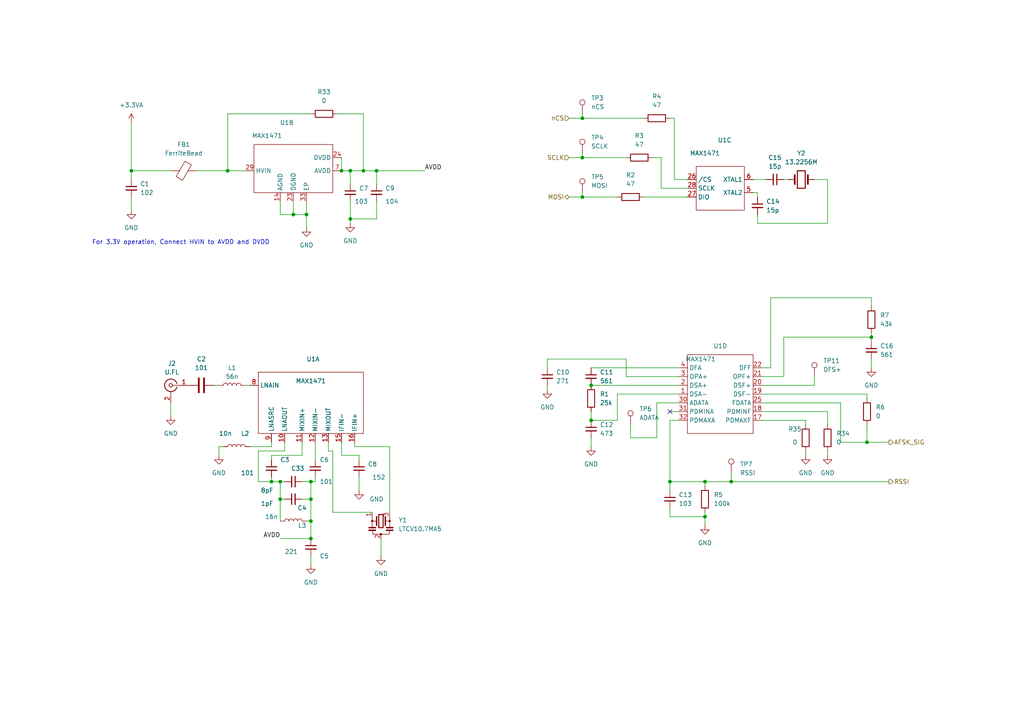
<source format=kicad_sch>
(kicad_sch (version 20230121) (generator eeschema)

  (uuid 13b06a83-0101-4396-8196-1f9ca02e5df2)

  (paper "A4")

  (lib_symbols
    (symbol "Connector:Conn_Coaxial" (pin_names (offset 1.016) hide) (in_bom yes) (on_board yes)
      (property "Reference" "J" (at 0.254 3.048 0)
        (effects (font (size 1.27 1.27)))
      )
      (property "Value" "Conn_Coaxial" (at 2.921 0 90)
        (effects (font (size 1.27 1.27)))
      )
      (property "Footprint" "" (at 0 0 0)
        (effects (font (size 1.27 1.27)) hide)
      )
      (property "Datasheet" " ~" (at 0 0 0)
        (effects (font (size 1.27 1.27)) hide)
      )
      (property "ki_keywords" "BNC SMA SMB SMC LEMO coaxial connector CINCH RCA MCX MMCX U.FL UMRF" (at 0 0 0)
        (effects (font (size 1.27 1.27)) hide)
      )
      (property "ki_description" "coaxial connector (BNC, SMA, SMB, SMC, Cinch/RCA, LEMO, ...)" (at 0 0 0)
        (effects (font (size 1.27 1.27)) hide)
      )
      (property "ki_fp_filters" "*BNC* *SMA* *SMB* *SMC* *Cinch* *LEMO* *UMRF* *MCX* *U.FL*" (at 0 0 0)
        (effects (font (size 1.27 1.27)) hide)
      )
      (symbol "Conn_Coaxial_0_1"
        (arc (start -1.778 -0.508) (mid 0.2311 -1.8066) (end 1.778 0)
          (stroke (width 0.254) (type default))
          (fill (type none))
        )
        (polyline
          (pts
            (xy -2.54 0)
            (xy -0.508 0)
          )
          (stroke (width 0) (type default))
          (fill (type none))
        )
        (polyline
          (pts
            (xy 0 -2.54)
            (xy 0 -1.778)
          )
          (stroke (width 0) (type default))
          (fill (type none))
        )
        (circle (center 0 0) (radius 0.508)
          (stroke (width 0.2032) (type default))
          (fill (type none))
        )
        (arc (start 1.778 0) (mid 0.2099 1.8101) (end -1.778 0.508)
          (stroke (width 0.254) (type default))
          (fill (type none))
        )
      )
      (symbol "Conn_Coaxial_1_1"
        (pin passive line (at -5.08 0 0) (length 2.54)
          (name "In" (effects (font (size 1.27 1.27))))
          (number "1" (effects (font (size 1.27 1.27))))
        )
        (pin passive line (at 0 -5.08 90) (length 2.54)
          (name "Ext" (effects (font (size 1.27 1.27))))
          (number "2" (effects (font (size 1.27 1.27))))
        )
      )
    )
    (symbol "Connector:TestPoint" (pin_numbers hide) (pin_names (offset 0.762) hide) (in_bom yes) (on_board yes)
      (property "Reference" "TP" (at 0 6.858 0)
        (effects (font (size 1.27 1.27)))
      )
      (property "Value" "TestPoint" (at 0 5.08 0)
        (effects (font (size 1.27 1.27)))
      )
      (property "Footprint" "" (at 5.08 0 0)
        (effects (font (size 1.27 1.27)) hide)
      )
      (property "Datasheet" "~" (at 5.08 0 0)
        (effects (font (size 1.27 1.27)) hide)
      )
      (property "ki_keywords" "test point tp" (at 0 0 0)
        (effects (font (size 1.27 1.27)) hide)
      )
      (property "ki_description" "test point" (at 0 0 0)
        (effects (font (size 1.27 1.27)) hide)
      )
      (property "ki_fp_filters" "Pin* Test*" (at 0 0 0)
        (effects (font (size 1.27 1.27)) hide)
      )
      (symbol "TestPoint_0_1"
        (circle (center 0 3.302) (radius 0.762)
          (stroke (width 0) (type default))
          (fill (type none))
        )
      )
      (symbol "TestPoint_1_1"
        (pin passive line (at 0 0 90) (length 2.54)
          (name "1" (effects (font (size 1.27 1.27))))
          (number "1" (effects (font (size 1.27 1.27))))
        )
      )
    )
    (symbol "Device:C" (pin_numbers hide) (pin_names (offset 0.254)) (in_bom yes) (on_board yes)
      (property "Reference" "C" (at 0.635 2.54 0)
        (effects (font (size 1.27 1.27)) (justify left))
      )
      (property "Value" "C" (at 0.635 -2.54 0)
        (effects (font (size 1.27 1.27)) (justify left))
      )
      (property "Footprint" "" (at 0.9652 -3.81 0)
        (effects (font (size 1.27 1.27)) hide)
      )
      (property "Datasheet" "~" (at 0 0 0)
        (effects (font (size 1.27 1.27)) hide)
      )
      (property "ki_keywords" "cap capacitor" (at 0 0 0)
        (effects (font (size 1.27 1.27)) hide)
      )
      (property "ki_description" "Unpolarized capacitor" (at 0 0 0)
        (effects (font (size 1.27 1.27)) hide)
      )
      (property "ki_fp_filters" "C_*" (at 0 0 0)
        (effects (font (size 1.27 1.27)) hide)
      )
      (symbol "C_0_1"
        (polyline
          (pts
            (xy -2.032 -0.762)
            (xy 2.032 -0.762)
          )
          (stroke (width 0.508) (type default))
          (fill (type none))
        )
        (polyline
          (pts
            (xy -2.032 0.762)
            (xy 2.032 0.762)
          )
          (stroke (width 0.508) (type default))
          (fill (type none))
        )
      )
      (symbol "C_1_1"
        (pin passive line (at 0 3.81 270) (length 2.794)
          (name "~" (effects (font (size 1.27 1.27))))
          (number "1" (effects (font (size 1.27 1.27))))
        )
        (pin passive line (at 0 -3.81 90) (length 2.794)
          (name "~" (effects (font (size 1.27 1.27))))
          (number "2" (effects (font (size 1.27 1.27))))
        )
      )
    )
    (symbol "Device:C_Small" (pin_numbers hide) (pin_names (offset 0.254) hide) (in_bom yes) (on_board yes)
      (property "Reference" "C" (at 0.254 1.778 0)
        (effects (font (size 1.27 1.27)) (justify left))
      )
      (property "Value" "C_Small" (at 0.254 -2.032 0)
        (effects (font (size 1.27 1.27)) (justify left))
      )
      (property "Footprint" "" (at 0 0 0)
        (effects (font (size 1.27 1.27)) hide)
      )
      (property "Datasheet" "~" (at 0 0 0)
        (effects (font (size 1.27 1.27)) hide)
      )
      (property "ki_keywords" "capacitor cap" (at 0 0 0)
        (effects (font (size 1.27 1.27)) hide)
      )
      (property "ki_description" "Unpolarized capacitor, small symbol" (at 0 0 0)
        (effects (font (size 1.27 1.27)) hide)
      )
      (property "ki_fp_filters" "C_*" (at 0 0 0)
        (effects (font (size 1.27 1.27)) hide)
      )
      (symbol "C_Small_0_1"
        (polyline
          (pts
            (xy -1.524 -0.508)
            (xy 1.524 -0.508)
          )
          (stroke (width 0.3302) (type default))
          (fill (type none))
        )
        (polyline
          (pts
            (xy -1.524 0.508)
            (xy 1.524 0.508)
          )
          (stroke (width 0.3048) (type default))
          (fill (type none))
        )
      )
      (symbol "C_Small_1_1"
        (pin passive line (at 0 2.54 270) (length 2.032)
          (name "~" (effects (font (size 1.27 1.27))))
          (number "1" (effects (font (size 1.27 1.27))))
        )
        (pin passive line (at 0 -2.54 90) (length 2.032)
          (name "~" (effects (font (size 1.27 1.27))))
          (number "2" (effects (font (size 1.27 1.27))))
        )
      )
    )
    (symbol "Device:Crystal" (pin_numbers hide) (pin_names (offset 1.016) hide) (in_bom yes) (on_board yes)
      (property "Reference" "Y" (at 0 3.81 0)
        (effects (font (size 1.27 1.27)))
      )
      (property "Value" "Crystal" (at 0 -3.81 0)
        (effects (font (size 1.27 1.27)))
      )
      (property "Footprint" "" (at 0 0 0)
        (effects (font (size 1.27 1.27)) hide)
      )
      (property "Datasheet" "~" (at 0 0 0)
        (effects (font (size 1.27 1.27)) hide)
      )
      (property "ki_keywords" "quartz ceramic resonator oscillator" (at 0 0 0)
        (effects (font (size 1.27 1.27)) hide)
      )
      (property "ki_description" "Two pin crystal" (at 0 0 0)
        (effects (font (size 1.27 1.27)) hide)
      )
      (property "ki_fp_filters" "Crystal*" (at 0 0 0)
        (effects (font (size 1.27 1.27)) hide)
      )
      (symbol "Crystal_0_1"
        (rectangle (start -1.143 2.54) (end 1.143 -2.54)
          (stroke (width 0.3048) (type default))
          (fill (type none))
        )
        (polyline
          (pts
            (xy -2.54 0)
            (xy -1.905 0)
          )
          (stroke (width 0) (type default))
          (fill (type none))
        )
        (polyline
          (pts
            (xy -1.905 -1.27)
            (xy -1.905 1.27)
          )
          (stroke (width 0.508) (type default))
          (fill (type none))
        )
        (polyline
          (pts
            (xy 1.905 -1.27)
            (xy 1.905 1.27)
          )
          (stroke (width 0.508) (type default))
          (fill (type none))
        )
        (polyline
          (pts
            (xy 2.54 0)
            (xy 1.905 0)
          )
          (stroke (width 0) (type default))
          (fill (type none))
        )
      )
      (symbol "Crystal_1_1"
        (pin passive line (at -3.81 0 0) (length 1.27)
          (name "1" (effects (font (size 1.27 1.27))))
          (number "1" (effects (font (size 1.27 1.27))))
        )
        (pin passive line (at 3.81 0 180) (length 1.27)
          (name "2" (effects (font (size 1.27 1.27))))
          (number "2" (effects (font (size 1.27 1.27))))
        )
      )
    )
    (symbol "Device:FerriteBead" (pin_numbers hide) (pin_names (offset 0)) (in_bom yes) (on_board yes)
      (property "Reference" "FB" (at -3.81 0.635 90)
        (effects (font (size 1.27 1.27)))
      )
      (property "Value" "FerriteBead" (at 3.81 0 90)
        (effects (font (size 1.27 1.27)))
      )
      (property "Footprint" "" (at -1.778 0 90)
        (effects (font (size 1.27 1.27)) hide)
      )
      (property "Datasheet" "~" (at 0 0 0)
        (effects (font (size 1.27 1.27)) hide)
      )
      (property "ki_keywords" "L ferrite bead inductor filter" (at 0 0 0)
        (effects (font (size 1.27 1.27)) hide)
      )
      (property "ki_description" "Ferrite bead" (at 0 0 0)
        (effects (font (size 1.27 1.27)) hide)
      )
      (property "ki_fp_filters" "Inductor_* L_* *Ferrite*" (at 0 0 0)
        (effects (font (size 1.27 1.27)) hide)
      )
      (symbol "FerriteBead_0_1"
        (polyline
          (pts
            (xy 0 -1.27)
            (xy 0 -1.2192)
          )
          (stroke (width 0) (type default))
          (fill (type none))
        )
        (polyline
          (pts
            (xy 0 1.27)
            (xy 0 1.2954)
          )
          (stroke (width 0) (type default))
          (fill (type none))
        )
        (polyline
          (pts
            (xy -2.7686 0.4064)
            (xy -1.7018 2.2606)
            (xy 2.7686 -0.3048)
            (xy 1.6764 -2.159)
            (xy -2.7686 0.4064)
          )
          (stroke (width 0) (type default))
          (fill (type none))
        )
      )
      (symbol "FerriteBead_1_1"
        (pin passive line (at 0 3.81 270) (length 2.54)
          (name "~" (effects (font (size 1.27 1.27))))
          (number "1" (effects (font (size 1.27 1.27))))
        )
        (pin passive line (at 0 -3.81 90) (length 2.54)
          (name "~" (effects (font (size 1.27 1.27))))
          (number "2" (effects (font (size 1.27 1.27))))
        )
      )
    )
    (symbol "Device:L" (pin_numbers hide) (pin_names (offset 1.016) hide) (in_bom yes) (on_board yes)
      (property "Reference" "L" (at -1.27 0 90)
        (effects (font (size 1.27 1.27)))
      )
      (property "Value" "L" (at 1.905 0 90)
        (effects (font (size 1.27 1.27)))
      )
      (property "Footprint" "" (at 0 0 0)
        (effects (font (size 1.27 1.27)) hide)
      )
      (property "Datasheet" "~" (at 0 0 0)
        (effects (font (size 1.27 1.27)) hide)
      )
      (property "ki_keywords" "inductor choke coil reactor magnetic" (at 0 0 0)
        (effects (font (size 1.27 1.27)) hide)
      )
      (property "ki_description" "Inductor" (at 0 0 0)
        (effects (font (size 1.27 1.27)) hide)
      )
      (property "ki_fp_filters" "Choke_* *Coil* Inductor_* L_*" (at 0 0 0)
        (effects (font (size 1.27 1.27)) hide)
      )
      (symbol "L_0_1"
        (arc (start 0 -2.54) (mid 0.6323 -1.905) (end 0 -1.27)
          (stroke (width 0) (type default))
          (fill (type none))
        )
        (arc (start 0 -1.27) (mid 0.6323 -0.635) (end 0 0)
          (stroke (width 0) (type default))
          (fill (type none))
        )
        (arc (start 0 0) (mid 0.6323 0.635) (end 0 1.27)
          (stroke (width 0) (type default))
          (fill (type none))
        )
        (arc (start 0 1.27) (mid 0.6323 1.905) (end 0 2.54)
          (stroke (width 0) (type default))
          (fill (type none))
        )
      )
      (symbol "L_1_1"
        (pin passive line (at 0 3.81 270) (length 1.27)
          (name "1" (effects (font (size 1.27 1.27))))
          (number "1" (effects (font (size 1.27 1.27))))
        )
        (pin passive line (at 0 -3.81 90) (length 1.27)
          (name "2" (effects (font (size 1.27 1.27))))
          (number "2" (effects (font (size 1.27 1.27))))
        )
      )
    )
    (symbol "Device:R" (pin_numbers hide) (pin_names (offset 0)) (in_bom yes) (on_board yes)
      (property "Reference" "R" (at 2.032 0 90)
        (effects (font (size 1.27 1.27)))
      )
      (property "Value" "R" (at 0 0 90)
        (effects (font (size 1.27 1.27)))
      )
      (property "Footprint" "" (at -1.778 0 90)
        (effects (font (size 1.27 1.27)) hide)
      )
      (property "Datasheet" "~" (at 0 0 0)
        (effects (font (size 1.27 1.27)) hide)
      )
      (property "ki_keywords" "R res resistor" (at 0 0 0)
        (effects (font (size 1.27 1.27)) hide)
      )
      (property "ki_description" "Resistor" (at 0 0 0)
        (effects (font (size 1.27 1.27)) hide)
      )
      (property "ki_fp_filters" "R_*" (at 0 0 0)
        (effects (font (size 1.27 1.27)) hide)
      )
      (symbol "R_0_1"
        (rectangle (start -1.016 -2.54) (end 1.016 2.54)
          (stroke (width 0.254) (type default))
          (fill (type none))
        )
      )
      (symbol "R_1_1"
        (pin passive line (at 0 3.81 270) (length 1.27)
          (name "~" (effects (font (size 1.27 1.27))))
          (number "1" (effects (font (size 1.27 1.27))))
        )
        (pin passive line (at 0 -3.81 90) (length 1.27)
          (name "~" (effects (font (size 1.27 1.27))))
          (number "2" (effects (font (size 1.27 1.27))))
        )
      )
    )
    (symbol "Device:Resonator_Small" (pin_names (offset 1.016) hide) (in_bom yes) (on_board yes)
      (property "Reference" "Y" (at 3.175 1.905 0)
        (effects (font (size 1.27 1.27)) (justify left))
      )
      (property "Value" "Resonator_Small" (at 3.175 0 0)
        (effects (font (size 1.27 1.27)) (justify left))
      )
      (property "Footprint" "" (at -0.635 0 0)
        (effects (font (size 1.27 1.27)) hide)
      )
      (property "Datasheet" "~" (at -0.635 0 0)
        (effects (font (size 1.27 1.27)) hide)
      )
      (property "ki_keywords" "ceramic resonator" (at 0 0 0)
        (effects (font (size 1.27 1.27)) hide)
      )
      (property "ki_description" "Three pin ceramic resonator, small symbol" (at 0 0 0)
        (effects (font (size 1.27 1.27)) hide)
      )
      (property "ki_fp_filters" "Filter* Resonator*" (at 0 0 0)
        (effects (font (size 1.27 1.27)) hide)
      )
      (symbol "Resonator_Small_0_1"
        (rectangle (start -3.556 -2.54) (end -1.524 -2.794)
          (stroke (width 0) (type default))
          (fill (type outline))
        )
        (rectangle (start -3.556 -1.778) (end -1.524 -2.032)
          (stroke (width 0) (type default))
          (fill (type outline))
        )
        (circle (center -2.54 0) (radius 0.254)
          (stroke (width 0) (type default))
          (fill (type outline))
        )
        (rectangle (start -0.635 1.905) (end 0.635 -1.905)
          (stroke (width 0.3048) (type default))
          (fill (type none))
        )
        (circle (center 0 -3.81) (radius 0.254)
          (stroke (width 0) (type default))
          (fill (type outline))
        )
        (polyline
          (pts
            (xy -2.54 -1.778)
            (xy -2.54 0)
          )
          (stroke (width 0) (type default))
          (fill (type none))
        )
        (polyline
          (pts
            (xy -2.54 0)
            (xy -1.397 0)
          )
          (stroke (width 0) (type default))
          (fill (type none))
        )
        (polyline
          (pts
            (xy -2.54 1.27)
            (xy -2.54 0)
          )
          (stroke (width 0) (type default))
          (fill (type none))
        )
        (polyline
          (pts
            (xy -1.27 -1.27)
            (xy -1.27 1.27)
          )
          (stroke (width 0.381) (type default))
          (fill (type none))
        )
        (polyline
          (pts
            (xy 1.27 -1.27)
            (xy 1.27 1.27)
          )
          (stroke (width 0.381) (type default))
          (fill (type none))
        )
        (polyline
          (pts
            (xy 1.27 0)
            (xy 2.54 0)
          )
          (stroke (width 0) (type default))
          (fill (type none))
        )
        (polyline
          (pts
            (xy 2.54 0)
            (xy 2.54 -1.778)
          )
          (stroke (width 0) (type default))
          (fill (type none))
        )
        (polyline
          (pts
            (xy 2.54 1.27)
            (xy 2.54 0)
          )
          (stroke (width 0) (type default))
          (fill (type none))
        )
        (polyline
          (pts
            (xy 2.413 -2.794)
            (xy 2.413 -3.81)
            (xy -2.413 -3.81)
            (xy -2.413 -2.667)
          )
          (stroke (width 0) (type default))
          (fill (type none))
        )
        (rectangle (start 1.524 -2.54) (end 3.556 -2.794)
          (stroke (width 0) (type default))
          (fill (type outline))
        )
        (rectangle (start 1.524 -1.778) (end 3.556 -2.032)
          (stroke (width 0) (type default))
          (fill (type outline))
        )
        (circle (center 2.54 0) (radius 0.254)
          (stroke (width 0) (type default))
          (fill (type outline))
        )
      )
      (symbol "Resonator_Small_1_1"
        (pin passive line (at -2.54 2.54 270) (length 1.27)
          (name "1" (effects (font (size 1.27 1.27))))
          (number "1" (effects (font (size 1.27 1.27))))
        )
        (pin passive line (at 0 -5.08 90) (length 1.27)
          (name "2" (effects (font (size 1.27 1.27))))
          (number "2" (effects (font (size 1.27 1.27))))
        )
        (pin passive line (at 2.54 2.54 270) (length 1.27)
          (name "3" (effects (font (size 1.27 1.27))))
          (number "3" (effects (font (size 1.27 1.27))))
        )
      )
    )
    (symbol "MAX1471_1" (in_bom yes) (on_board yes)
      (property "Reference" "U1" (at 0.635 13.97 0)
        (effects (font (size 1.27 1.27)))
      )
      (property "Value" "~" (at -5.08 10.16 0)
        (effects (font (size 1.27 1.27)))
      )
      (property "Footprint" "Package_DFN_QFN:QFN-32-1EP_5x5mm_P0.5mm_EP3.1x3.1mm" (at -5.08 10.16 0)
        (effects (font (size 1.27 1.27)) hide)
      )
      (property "Datasheet" "" (at -5.08 10.16 0)
        (effects (font (size 1.27 1.27)) hide)
      )
      (property "ki_locked" "" (at 0 0 0)
        (effects (font (size 1.27 1.27)))
      )
      (symbol "MAX1471_1_1_1"
        (rectangle (start -15.24 10.16) (end 15.24 -7.62)
          (stroke (width 0) (type default))
          (fill (type none))
        )
        (pin output line (at -7.62 -10.16 90) (length 2.54)
          (name "LNAOUT" (effects (font (size 1.27 1.27))))
          (number "10" (effects (font (size 1.27 1.27))))
        )
        (pin input line (at -2.54 -10.16 90) (length 2.54)
          (name "MIXIN+" (effects (font (size 1.27 1.27))))
          (number "11" (effects (font (size 1.27 1.27))))
        )
        (pin input line (at 1.27 -10.16 90) (length 2.54)
          (name "MIXIN-" (effects (font (size 1.27 1.27))))
          (number "12" (effects (font (size 1.27 1.27))))
        )
        (pin output line (at 5.08 -10.16 90) (length 2.54)
          (name "MIXOUT" (effects (font (size 1.27 1.27))))
          (number "13" (effects (font (size 1.27 1.27))))
        )
        (pin input line (at 8.89 -10.16 90) (length 2.54)
          (name "IFIN-" (effects (font (size 1.27 1.27))))
          (number "15" (effects (font (size 1.27 1.27))))
        )
        (pin input line (at 12.7 -10.16 90) (length 2.54)
          (name "IFIN+" (effects (font (size 1.27 1.27))))
          (number "16" (effects (font (size 1.27 1.27))))
        )
        (pin input line (at -17.78 6.35 0) (length 2.54)
          (name "LNAIN" (effects (font (size 1.27 1.27))))
          (number "8" (effects (font (size 1.27 1.27))))
        )
        (pin output line (at -11.43 -10.16 90) (length 2.54)
          (name "LNASRC" (effects (font (size 1.27 1.27))))
          (number "9" (effects (font (size 1.27 1.27))))
        )
      )
      (symbol "MAX1471_1_2_1"
        (rectangle (start -8.89 7.62) (end 13.97 -6.35)
          (stroke (width 0) (type default))
          (fill (type none))
        )
        (pin power_in line (at -1.27 -8.89 90) (length 2.54)
          (name "AGND" (effects (font (size 1.27 1.27))))
          (number "14" (effects (font (size 1.27 1.27))))
        )
        (pin power_in line (at 2.54 -8.89 90) (length 2.54)
          (name "DGND" (effects (font (size 1.27 1.27))))
          (number "23" (effects (font (size 1.27 1.27))))
        )
        (pin power_in line (at 16.51 3.81 180) (length 2.54)
          (name "DVDD" (effects (font (size 1.27 1.27))))
          (number "24" (effects (font (size 1.27 1.27))))
        )
        (pin power_in line (at -11.43 0 0) (length 2.54)
          (name "HVIN" (effects (font (size 1.27 1.27))))
          (number "29" (effects (font (size 1.27 1.27))))
        )
        (pin power_in line (at 6.35 -8.89 90) (length 2.54)
          (name "EP" (effects (font (size 1.27 1.27))))
          (number "33" (effects (font (size 1.27 1.27))))
        )
        (pin power_out line (at 16.51 0 180) (length 2.54)
          (name "AVDD" (effects (font (size 1.27 1.27))))
          (number "7" (effects (font (size 1.27 1.27))))
        )
      )
      (symbol "MAX1471_1_3_1"
        (rectangle (start -7.62 6.35) (end 6.35 -6.35)
          (stroke (width 0) (type default))
          (fill (type none))
        )
        (pin input line (at -10.16 2.54 0) (length 2.54)
          (name "/CS" (effects (font (size 1.27 1.27))))
          (number "26" (effects (font (size 1.27 1.27))))
        )
        (pin bidirectional line (at -10.16 -2.54 0) (length 2.54)
          (name "DIO" (effects (font (size 1.27 1.27))))
          (number "27" (effects (font (size 1.27 1.27))))
        )
        (pin input line (at -10.16 0 0) (length 2.54)
          (name "SCLK" (effects (font (size 1.27 1.27))))
          (number "28" (effects (font (size 1.27 1.27))))
        )
        (pin output line (at 8.89 -1.27 180) (length 2.54)
          (name "XTAL2" (effects (font (size 1.27 1.27))))
          (number "5" (effects (font (size 1.27 1.27))))
        )
        (pin input line (at 8.89 2.54 180) (length 2.54)
          (name "XTAL1" (effects (font (size 1.27 1.27))))
          (number "6" (effects (font (size 1.27 1.27))))
        )
      )
      (symbol "MAX1471_1_4_1"
        (rectangle (start -8.89 11.43) (end 10.16 -11.43)
          (stroke (width 0) (type default))
          (fill (type none))
        )
        (pin input line (at -11.43 0 0) (length 2.54)
          (name "DSA-" (effects (font (size 1.27 1.27))))
          (number "1" (effects (font (size 1.27 1.27))))
        )
        (pin output line (at 12.7 -7.62 180) (length 2.54)
          (name "PDMAXF" (effects (font (size 1.27 1.27))))
          (number "17" (effects (font (size 1.27 1.27))))
        )
        (pin output line (at 12.7 -5.08 180) (length 2.54)
          (name "PDMINF" (effects (font (size 1.27 1.27))))
          (number "18" (effects (font (size 1.27 1.27))))
        )
        (pin input line (at 12.7 0 180) (length 2.54)
          (name "DSF-" (effects (font (size 1.27 1.27))))
          (number "19" (effects (font (size 1.27 1.27))))
        )
        (pin input line (at -11.43 2.54 0) (length 2.54)
          (name "DSA+" (effects (font (size 1.27 1.27))))
          (number "2" (effects (font (size 1.27 1.27))))
        )
        (pin input line (at 12.7 2.54 180) (length 2.54)
          (name "DSF+" (effects (font (size 1.27 1.27))))
          (number "20" (effects (font (size 1.27 1.27))))
        )
        (pin input line (at 12.7 5.08 180) (length 2.54)
          (name "OPF+" (effects (font (size 1.27 1.27))))
          (number "21" (effects (font (size 1.27 1.27))))
        )
        (pin output line (at 12.7 7.62 180) (length 2.54)
          (name "DFF" (effects (font (size 1.27 1.27))))
          (number "22" (effects (font (size 1.27 1.27))))
        )
        (pin output line (at 12.7 -2.54 180) (length 2.54)
          (name "FDATA" (effects (font (size 1.27 1.27))))
          (number "25" (effects (font (size 1.27 1.27))))
        )
        (pin input line (at -11.43 5.08 0) (length 2.54)
          (name "OPA+" (effects (font (size 1.27 1.27))))
          (number "3" (effects (font (size 1.27 1.27))))
        )
        (pin output line (at -11.43 -2.54 0) (length 2.54)
          (name "ADATA" (effects (font (size 1.27 1.27))))
          (number "30" (effects (font (size 1.27 1.27))))
        )
        (pin output line (at -11.43 -5.08 0) (length 2.54)
          (name "PDMINA" (effects (font (size 1.27 1.27))))
          (number "31" (effects (font (size 1.27 1.27))))
        )
        (pin output line (at -11.43 -7.62 0) (length 2.54)
          (name "PDMAXA" (effects (font (size 1.27 1.27))))
          (number "32" (effects (font (size 1.27 1.27))))
        )
        (pin output line (at -11.43 7.62 0) (length 2.54)
          (name "DFA" (effects (font (size 1.27 1.27))))
          (number "4" (effects (font (size 1.27 1.27))))
        )
      )
    )
    (symbol "MAX1471_2" (in_bom yes) (on_board yes)
      (property "Reference" "U1" (at 0.635 13.97 0)
        (effects (font (size 1.27 1.27)))
      )
      (property "Value" "~" (at -5.08 10.16 0)
        (effects (font (size 1.27 1.27)))
      )
      (property "Footprint" "Package_DFN_QFN:QFN-32-1EP_5x5mm_P0.5mm_EP3.1x3.1mm" (at -5.08 10.16 0)
        (effects (font (size 1.27 1.27)) hide)
      )
      (property "Datasheet" "" (at -5.08 10.16 0)
        (effects (font (size 1.27 1.27)) hide)
      )
      (property "ki_locked" "" (at 0 0 0)
        (effects (font (size 1.27 1.27)))
      )
      (symbol "MAX1471_2_1_1"
        (rectangle (start -15.24 10.16) (end 15.24 -7.62)
          (stroke (width 0) (type default))
          (fill (type none))
        )
        (pin output line (at -7.62 -10.16 90) (length 2.54)
          (name "LNAOUT" (effects (font (size 1.27 1.27))))
          (number "10" (effects (font (size 1.27 1.27))))
        )
        (pin input line (at -2.54 -10.16 90) (length 2.54)
          (name "MIXIN+" (effects (font (size 1.27 1.27))))
          (number "11" (effects (font (size 1.27 1.27))))
        )
        (pin input line (at 1.27 -10.16 90) (length 2.54)
          (name "MIXIN-" (effects (font (size 1.27 1.27))))
          (number "12" (effects (font (size 1.27 1.27))))
        )
        (pin output line (at 5.08 -10.16 90) (length 2.54)
          (name "MIXOUT" (effects (font (size 1.27 1.27))))
          (number "13" (effects (font (size 1.27 1.27))))
        )
        (pin input line (at 8.89 -10.16 90) (length 2.54)
          (name "IFIN-" (effects (font (size 1.27 1.27))))
          (number "15" (effects (font (size 1.27 1.27))))
        )
        (pin input line (at 12.7 -10.16 90) (length 2.54)
          (name "IFIN+" (effects (font (size 1.27 1.27))))
          (number "16" (effects (font (size 1.27 1.27))))
        )
        (pin input line (at -17.78 6.35 0) (length 2.54)
          (name "LNAIN" (effects (font (size 1.27 1.27))))
          (number "8" (effects (font (size 1.27 1.27))))
        )
        (pin output line (at -11.43 -10.16 90) (length 2.54)
          (name "LNASRC" (effects (font (size 1.27 1.27))))
          (number "9" (effects (font (size 1.27 1.27))))
        )
      )
      (symbol "MAX1471_2_2_1"
        (rectangle (start -8.89 7.62) (end 13.97 -6.35)
          (stroke (width 0) (type default))
          (fill (type none))
        )
        (pin power_in line (at -1.27 -8.89 90) (length 2.54)
          (name "AGND" (effects (font (size 1.27 1.27))))
          (number "14" (effects (font (size 1.27 1.27))))
        )
        (pin power_in line (at 2.54 -8.89 90) (length 2.54)
          (name "DGND" (effects (font (size 1.27 1.27))))
          (number "23" (effects (font (size 1.27 1.27))))
        )
        (pin power_in line (at 16.51 3.81 180) (length 2.54)
          (name "DVDD" (effects (font (size 1.27 1.27))))
          (number "24" (effects (font (size 1.27 1.27))))
        )
        (pin power_in line (at -11.43 0 0) (length 2.54)
          (name "HVIN" (effects (font (size 1.27 1.27))))
          (number "29" (effects (font (size 1.27 1.27))))
        )
        (pin power_in line (at 6.35 -8.89 90) (length 2.54)
          (name "EP" (effects (font (size 1.27 1.27))))
          (number "33" (effects (font (size 1.27 1.27))))
        )
        (pin power_out line (at 16.51 0 180) (length 2.54)
          (name "AVDD" (effects (font (size 1.27 1.27))))
          (number "7" (effects (font (size 1.27 1.27))))
        )
      )
      (symbol "MAX1471_2_3_1"
        (rectangle (start -7.62 6.35) (end 6.35 -6.35)
          (stroke (width 0) (type default))
          (fill (type none))
        )
        (pin input line (at -10.16 2.54 0) (length 2.54)
          (name "/CS" (effects (font (size 1.27 1.27))))
          (number "26" (effects (font (size 1.27 1.27))))
        )
        (pin bidirectional line (at -10.16 -2.54 0) (length 2.54)
          (name "DIO" (effects (font (size 1.27 1.27))))
          (number "27" (effects (font (size 1.27 1.27))))
        )
        (pin input line (at -10.16 0 0) (length 2.54)
          (name "SCLK" (effects (font (size 1.27 1.27))))
          (number "28" (effects (font (size 1.27 1.27))))
        )
        (pin output line (at 8.89 -1.27 180) (length 2.54)
          (name "XTAL2" (effects (font (size 1.27 1.27))))
          (number "5" (effects (font (size 1.27 1.27))))
        )
        (pin input line (at 8.89 2.54 180) (length 2.54)
          (name "XTAL1" (effects (font (size 1.27 1.27))))
          (number "6" (effects (font (size 1.27 1.27))))
        )
      )
      (symbol "MAX1471_2_4_1"
        (rectangle (start -8.89 11.43) (end 10.16 -11.43)
          (stroke (width 0) (type default))
          (fill (type none))
        )
        (pin input line (at -11.43 0 0) (length 2.54)
          (name "DSA-" (effects (font (size 1.27 1.27))))
          (number "1" (effects (font (size 1.27 1.27))))
        )
        (pin output line (at 12.7 -7.62 180) (length 2.54)
          (name "PDMAXF" (effects (font (size 1.27 1.27))))
          (number "17" (effects (font (size 1.27 1.27))))
        )
        (pin output line (at 12.7 -5.08 180) (length 2.54)
          (name "PDMINF" (effects (font (size 1.27 1.27))))
          (number "18" (effects (font (size 1.27 1.27))))
        )
        (pin input line (at 12.7 0 180) (length 2.54)
          (name "DSF-" (effects (font (size 1.27 1.27))))
          (number "19" (effects (font (size 1.27 1.27))))
        )
        (pin input line (at -11.43 2.54 0) (length 2.54)
          (name "DSA+" (effects (font (size 1.27 1.27))))
          (number "2" (effects (font (size 1.27 1.27))))
        )
        (pin input line (at 12.7 2.54 180) (length 2.54)
          (name "DSF+" (effects (font (size 1.27 1.27))))
          (number "20" (effects (font (size 1.27 1.27))))
        )
        (pin input line (at 12.7 5.08 180) (length 2.54)
          (name "OPF+" (effects (font (size 1.27 1.27))))
          (number "21" (effects (font (size 1.27 1.27))))
        )
        (pin output line (at 12.7 7.62 180) (length 2.54)
          (name "DFF" (effects (font (size 1.27 1.27))))
          (number "22" (effects (font (size 1.27 1.27))))
        )
        (pin output line (at 12.7 -2.54 180) (length 2.54)
          (name "FDATA" (effects (font (size 1.27 1.27))))
          (number "25" (effects (font (size 1.27 1.27))))
        )
        (pin input line (at -11.43 5.08 0) (length 2.54)
          (name "OPA+" (effects (font (size 1.27 1.27))))
          (number "3" (effects (font (size 1.27 1.27))))
        )
        (pin output line (at -11.43 -2.54 0) (length 2.54)
          (name "ADATA" (effects (font (size 1.27 1.27))))
          (number "30" (effects (font (size 1.27 1.27))))
        )
        (pin output line (at -11.43 -5.08 0) (length 2.54)
          (name "PDMINA" (effects (font (size 1.27 1.27))))
          (number "31" (effects (font (size 1.27 1.27))))
        )
        (pin output line (at -11.43 -7.62 0) (length 2.54)
          (name "PDMAXA" (effects (font (size 1.27 1.27))))
          (number "32" (effects (font (size 1.27 1.27))))
        )
        (pin output line (at -11.43 7.62 0) (length 2.54)
          (name "DFA" (effects (font (size 1.27 1.27))))
          (number "4" (effects (font (size 1.27 1.27))))
        )
      )
    )
    (symbol "MAX1471_3" (in_bom yes) (on_board yes)
      (property "Reference" "U1" (at 0.635 13.97 0)
        (effects (font (size 1.27 1.27)))
      )
      (property "Value" "~" (at -5.08 10.16 0)
        (effects (font (size 1.27 1.27)))
      )
      (property "Footprint" "Package_DFN_QFN:QFN-32-1EP_5x5mm_P0.5mm_EP3.1x3.1mm" (at -5.08 10.16 0)
        (effects (font (size 1.27 1.27)) hide)
      )
      (property "Datasheet" "" (at -5.08 10.16 0)
        (effects (font (size 1.27 1.27)) hide)
      )
      (property "ki_locked" "" (at 0 0 0)
        (effects (font (size 1.27 1.27)))
      )
      (symbol "MAX1471_3_1_1"
        (rectangle (start -15.24 10.16) (end 15.24 -7.62)
          (stroke (width 0) (type default))
          (fill (type none))
        )
        (pin output line (at -7.62 -10.16 90) (length 2.54)
          (name "LNAOUT" (effects (font (size 1.27 1.27))))
          (number "10" (effects (font (size 1.27 1.27))))
        )
        (pin input line (at -2.54 -10.16 90) (length 2.54)
          (name "MIXIN+" (effects (font (size 1.27 1.27))))
          (number "11" (effects (font (size 1.27 1.27))))
        )
        (pin input line (at 1.27 -10.16 90) (length 2.54)
          (name "MIXIN-" (effects (font (size 1.27 1.27))))
          (number "12" (effects (font (size 1.27 1.27))))
        )
        (pin output line (at 5.08 -10.16 90) (length 2.54)
          (name "MIXOUT" (effects (font (size 1.27 1.27))))
          (number "13" (effects (font (size 1.27 1.27))))
        )
        (pin input line (at 8.89 -10.16 90) (length 2.54)
          (name "IFIN-" (effects (font (size 1.27 1.27))))
          (number "15" (effects (font (size 1.27 1.27))))
        )
        (pin input line (at 12.7 -10.16 90) (length 2.54)
          (name "IFIN+" (effects (font (size 1.27 1.27))))
          (number "16" (effects (font (size 1.27 1.27))))
        )
        (pin input line (at -17.78 6.35 0) (length 2.54)
          (name "LNAIN" (effects (font (size 1.27 1.27))))
          (number "8" (effects (font (size 1.27 1.27))))
        )
        (pin output line (at -11.43 -10.16 90) (length 2.54)
          (name "LNASRC" (effects (font (size 1.27 1.27))))
          (number "9" (effects (font (size 1.27 1.27))))
        )
      )
      (symbol "MAX1471_3_2_1"
        (rectangle (start -8.89 7.62) (end 13.97 -6.35)
          (stroke (width 0) (type default))
          (fill (type none))
        )
        (pin power_in line (at -1.27 -8.89 90) (length 2.54)
          (name "AGND" (effects (font (size 1.27 1.27))))
          (number "14" (effects (font (size 1.27 1.27))))
        )
        (pin power_in line (at 2.54 -8.89 90) (length 2.54)
          (name "DGND" (effects (font (size 1.27 1.27))))
          (number "23" (effects (font (size 1.27 1.27))))
        )
        (pin power_in line (at 16.51 3.81 180) (length 2.54)
          (name "DVDD" (effects (font (size 1.27 1.27))))
          (number "24" (effects (font (size 1.27 1.27))))
        )
        (pin power_in line (at -11.43 0 0) (length 2.54)
          (name "HVIN" (effects (font (size 1.27 1.27))))
          (number "29" (effects (font (size 1.27 1.27))))
        )
        (pin power_in line (at 6.35 -8.89 90) (length 2.54)
          (name "EP" (effects (font (size 1.27 1.27))))
          (number "33" (effects (font (size 1.27 1.27))))
        )
        (pin power_out line (at 16.51 0 180) (length 2.54)
          (name "AVDD" (effects (font (size 1.27 1.27))))
          (number "7" (effects (font (size 1.27 1.27))))
        )
      )
      (symbol "MAX1471_3_3_1"
        (rectangle (start -7.62 6.35) (end 6.35 -6.35)
          (stroke (width 0) (type default))
          (fill (type none))
        )
        (pin input line (at -10.16 2.54 0) (length 2.54)
          (name "/CS" (effects (font (size 1.27 1.27))))
          (number "26" (effects (font (size 1.27 1.27))))
        )
        (pin bidirectional line (at -10.16 -2.54 0) (length 2.54)
          (name "DIO" (effects (font (size 1.27 1.27))))
          (number "27" (effects (font (size 1.27 1.27))))
        )
        (pin input line (at -10.16 0 0) (length 2.54)
          (name "SCLK" (effects (font (size 1.27 1.27))))
          (number "28" (effects (font (size 1.27 1.27))))
        )
        (pin output line (at 8.89 -1.27 180) (length 2.54)
          (name "XTAL2" (effects (font (size 1.27 1.27))))
          (number "5" (effects (font (size 1.27 1.27))))
        )
        (pin input line (at 8.89 2.54 180) (length 2.54)
          (name "XTAL1" (effects (font (size 1.27 1.27))))
          (number "6" (effects (font (size 1.27 1.27))))
        )
      )
      (symbol "MAX1471_3_4_1"
        (rectangle (start -8.89 11.43) (end 10.16 -11.43)
          (stroke (width 0) (type default))
          (fill (type none))
        )
        (pin input line (at -11.43 0 0) (length 2.54)
          (name "DSA-" (effects (font (size 1.27 1.27))))
          (number "1" (effects (font (size 1.27 1.27))))
        )
        (pin output line (at 12.7 -7.62 180) (length 2.54)
          (name "PDMAXF" (effects (font (size 1.27 1.27))))
          (number "17" (effects (font (size 1.27 1.27))))
        )
        (pin output line (at 12.7 -5.08 180) (length 2.54)
          (name "PDMINF" (effects (font (size 1.27 1.27))))
          (number "18" (effects (font (size 1.27 1.27))))
        )
        (pin input line (at 12.7 0 180) (length 2.54)
          (name "DSF-" (effects (font (size 1.27 1.27))))
          (number "19" (effects (font (size 1.27 1.27))))
        )
        (pin input line (at -11.43 2.54 0) (length 2.54)
          (name "DSA+" (effects (font (size 1.27 1.27))))
          (number "2" (effects (font (size 1.27 1.27))))
        )
        (pin input line (at 12.7 2.54 180) (length 2.54)
          (name "DSF+" (effects (font (size 1.27 1.27))))
          (number "20" (effects (font (size 1.27 1.27))))
        )
        (pin input line (at 12.7 5.08 180) (length 2.54)
          (name "OPF+" (effects (font (size 1.27 1.27))))
          (number "21" (effects (font (size 1.27 1.27))))
        )
        (pin output line (at 12.7 7.62 180) (length 2.54)
          (name "DFF" (effects (font (size 1.27 1.27))))
          (number "22" (effects (font (size 1.27 1.27))))
        )
        (pin output line (at 12.7 -2.54 180) (length 2.54)
          (name "FDATA" (effects (font (size 1.27 1.27))))
          (number "25" (effects (font (size 1.27 1.27))))
        )
        (pin input line (at -11.43 5.08 0) (length 2.54)
          (name "OPA+" (effects (font (size 1.27 1.27))))
          (number "3" (effects (font (size 1.27 1.27))))
        )
        (pin output line (at -11.43 -2.54 0) (length 2.54)
          (name "ADATA" (effects (font (size 1.27 1.27))))
          (number "30" (effects (font (size 1.27 1.27))))
        )
        (pin output line (at -11.43 -5.08 0) (length 2.54)
          (name "PDMINA" (effects (font (size 1.27 1.27))))
          (number "31" (effects (font (size 1.27 1.27))))
        )
        (pin output line (at -11.43 -7.62 0) (length 2.54)
          (name "PDMAXA" (effects (font (size 1.27 1.27))))
          (number "32" (effects (font (size 1.27 1.27))))
        )
        (pin output line (at -11.43 7.62 0) (length 2.54)
          (name "DFA" (effects (font (size 1.27 1.27))))
          (number "4" (effects (font (size 1.27 1.27))))
        )
      )
    )
    (symbol "My_Library:MAX1471" (in_bom yes) (on_board yes)
      (property "Reference" "U1" (at 0.635 13.97 0)
        (effects (font (size 1.27 1.27)))
      )
      (property "Value" "~" (at -5.08 10.16 0)
        (effects (font (size 1.27 1.27)))
      )
      (property "Footprint" "Package_DFN_QFN:QFN-32-1EP_5x5mm_P0.5mm_EP3.1x3.1mm" (at -5.08 10.16 0)
        (effects (font (size 1.27 1.27)) hide)
      )
      (property "Datasheet" "" (at -5.08 10.16 0)
        (effects (font (size 1.27 1.27)) hide)
      )
      (property "ki_locked" "" (at 0 0 0)
        (effects (font (size 1.27 1.27)))
      )
      (symbol "MAX1471_1_1"
        (rectangle (start -15.24 10.16) (end 15.24 -7.62)
          (stroke (width 0) (type default))
          (fill (type none))
        )
        (pin output line (at -7.62 -10.16 90) (length 2.54)
          (name "LNAOUT" (effects (font (size 1.27 1.27))))
          (number "10" (effects (font (size 1.27 1.27))))
        )
        (pin input line (at -2.54 -10.16 90) (length 2.54)
          (name "MIXIN+" (effects (font (size 1.27 1.27))))
          (number "11" (effects (font (size 1.27 1.27))))
        )
        (pin input line (at 1.27 -10.16 90) (length 2.54)
          (name "MIXIN-" (effects (font (size 1.27 1.27))))
          (number "12" (effects (font (size 1.27 1.27))))
        )
        (pin output line (at 5.08 -10.16 90) (length 2.54)
          (name "MIXOUT" (effects (font (size 1.27 1.27))))
          (number "13" (effects (font (size 1.27 1.27))))
        )
        (pin input line (at 8.89 -10.16 90) (length 2.54)
          (name "IFIN-" (effects (font (size 1.27 1.27))))
          (number "15" (effects (font (size 1.27 1.27))))
        )
        (pin input line (at 12.7 -10.16 90) (length 2.54)
          (name "IFIN+" (effects (font (size 1.27 1.27))))
          (number "16" (effects (font (size 1.27 1.27))))
        )
        (pin input line (at -17.78 6.35 0) (length 2.54)
          (name "LNAIN" (effects (font (size 1.27 1.27))))
          (number "8" (effects (font (size 1.27 1.27))))
        )
        (pin output line (at -11.43 -10.16 90) (length 2.54)
          (name "LNASRC" (effects (font (size 1.27 1.27))))
          (number "9" (effects (font (size 1.27 1.27))))
        )
      )
      (symbol "MAX1471_2_1"
        (rectangle (start -8.89 7.62) (end 13.97 -6.35)
          (stroke (width 0) (type default))
          (fill (type none))
        )
        (pin power_in line (at -1.27 -8.89 90) (length 2.54)
          (name "AGND" (effects (font (size 1.27 1.27))))
          (number "14" (effects (font (size 1.27 1.27))))
        )
        (pin power_in line (at 2.54 -8.89 90) (length 2.54)
          (name "DGND" (effects (font (size 1.27 1.27))))
          (number "23" (effects (font (size 1.27 1.27))))
        )
        (pin power_in line (at 16.51 3.81 180) (length 2.54)
          (name "DVDD" (effects (font (size 1.27 1.27))))
          (number "24" (effects (font (size 1.27 1.27))))
        )
        (pin power_in line (at -11.43 0 0) (length 2.54)
          (name "HVIN" (effects (font (size 1.27 1.27))))
          (number "29" (effects (font (size 1.27 1.27))))
        )
        (pin power_in line (at 6.35 -8.89 90) (length 2.54)
          (name "EP" (effects (font (size 1.27 1.27))))
          (number "33" (effects (font (size 1.27 1.27))))
        )
        (pin power_out line (at 16.51 0 180) (length 2.54)
          (name "AVDD" (effects (font (size 1.27 1.27))))
          (number "7" (effects (font (size 1.27 1.27))))
        )
      )
      (symbol "MAX1471_3_1"
        (rectangle (start -7.62 6.35) (end 6.35 -6.35)
          (stroke (width 0) (type default))
          (fill (type none))
        )
        (pin input line (at -10.16 2.54 0) (length 2.54)
          (name "/CS" (effects (font (size 1.27 1.27))))
          (number "26" (effects (font (size 1.27 1.27))))
        )
        (pin bidirectional line (at -10.16 -2.54 0) (length 2.54)
          (name "DIO" (effects (font (size 1.27 1.27))))
          (number "27" (effects (font (size 1.27 1.27))))
        )
        (pin input line (at -10.16 0 0) (length 2.54)
          (name "SCLK" (effects (font (size 1.27 1.27))))
          (number "28" (effects (font (size 1.27 1.27))))
        )
        (pin output line (at 8.89 -1.27 180) (length 2.54)
          (name "XTAL2" (effects (font (size 1.27 1.27))))
          (number "5" (effects (font (size 1.27 1.27))))
        )
        (pin input line (at 8.89 2.54 180) (length 2.54)
          (name "XTAL1" (effects (font (size 1.27 1.27))))
          (number "6" (effects (font (size 1.27 1.27))))
        )
      )
      (symbol "MAX1471_4_1"
        (rectangle (start -8.89 11.43) (end 10.16 -11.43)
          (stroke (width 0) (type default))
          (fill (type none))
        )
        (pin input line (at -11.43 0 0) (length 2.54)
          (name "DSA-" (effects (font (size 1.27 1.27))))
          (number "1" (effects (font (size 1.27 1.27))))
        )
        (pin output line (at 12.7 -7.62 180) (length 2.54)
          (name "PDMAXF" (effects (font (size 1.27 1.27))))
          (number "17" (effects (font (size 1.27 1.27))))
        )
        (pin output line (at 12.7 -5.08 180) (length 2.54)
          (name "PDMINF" (effects (font (size 1.27 1.27))))
          (number "18" (effects (font (size 1.27 1.27))))
        )
        (pin input line (at 12.7 0 180) (length 2.54)
          (name "DSF-" (effects (font (size 1.27 1.27))))
          (number "19" (effects (font (size 1.27 1.27))))
        )
        (pin input line (at -11.43 2.54 0) (length 2.54)
          (name "DSA+" (effects (font (size 1.27 1.27))))
          (number "2" (effects (font (size 1.27 1.27))))
        )
        (pin input line (at 12.7 2.54 180) (length 2.54)
          (name "DSF+" (effects (font (size 1.27 1.27))))
          (number "20" (effects (font (size 1.27 1.27))))
        )
        (pin input line (at 12.7 5.08 180) (length 2.54)
          (name "OPF+" (effects (font (size 1.27 1.27))))
          (number "21" (effects (font (size 1.27 1.27))))
        )
        (pin output line (at 12.7 7.62 180) (length 2.54)
          (name "DFF" (effects (font (size 1.27 1.27))))
          (number "22" (effects (font (size 1.27 1.27))))
        )
        (pin output line (at 12.7 -2.54 180) (length 2.54)
          (name "FDATA" (effects (font (size 1.27 1.27))))
          (number "25" (effects (font (size 1.27 1.27))))
        )
        (pin input line (at -11.43 5.08 0) (length 2.54)
          (name "OPA+" (effects (font (size 1.27 1.27))))
          (number "3" (effects (font (size 1.27 1.27))))
        )
        (pin output line (at -11.43 -2.54 0) (length 2.54)
          (name "ADATA" (effects (font (size 1.27 1.27))))
          (number "30" (effects (font (size 1.27 1.27))))
        )
        (pin output line (at -11.43 -5.08 0) (length 2.54)
          (name "PDMINA" (effects (font (size 1.27 1.27))))
          (number "31" (effects (font (size 1.27 1.27))))
        )
        (pin output line (at -11.43 -7.62 0) (length 2.54)
          (name "PDMAXA" (effects (font (size 1.27 1.27))))
          (number "32" (effects (font (size 1.27 1.27))))
        )
        (pin output line (at -11.43 7.62 0) (length 2.54)
          (name "DFA" (effects (font (size 1.27 1.27))))
          (number "4" (effects (font (size 1.27 1.27))))
        )
      )
    )
    (symbol "power:+3.3VA" (power) (pin_names (offset 0)) (in_bom yes) (on_board yes)
      (property "Reference" "#PWR" (at 0 -3.81 0)
        (effects (font (size 1.27 1.27)) hide)
      )
      (property "Value" "+3.3VA" (at 0 3.556 0)
        (effects (font (size 1.27 1.27)))
      )
      (property "Footprint" "" (at 0 0 0)
        (effects (font (size 1.27 1.27)) hide)
      )
      (property "Datasheet" "" (at 0 0 0)
        (effects (font (size 1.27 1.27)) hide)
      )
      (property "ki_keywords" "global power" (at 0 0 0)
        (effects (font (size 1.27 1.27)) hide)
      )
      (property "ki_description" "Power symbol creates a global label with name \"+3.3VA\"" (at 0 0 0)
        (effects (font (size 1.27 1.27)) hide)
      )
      (symbol "+3.3VA_0_1"
        (polyline
          (pts
            (xy -0.762 1.27)
            (xy 0 2.54)
          )
          (stroke (width 0) (type default))
          (fill (type none))
        )
        (polyline
          (pts
            (xy 0 0)
            (xy 0 2.54)
          )
          (stroke (width 0) (type default))
          (fill (type none))
        )
        (polyline
          (pts
            (xy 0 2.54)
            (xy 0.762 1.27)
          )
          (stroke (width 0) (type default))
          (fill (type none))
        )
      )
      (symbol "+3.3VA_1_1"
        (pin power_in line (at 0 0 90) (length 0) hide
          (name "+3.3VA" (effects (font (size 1.27 1.27))))
          (number "1" (effects (font (size 1.27 1.27))))
        )
      )
    )
    (symbol "power:GND" (power) (pin_names (offset 0)) (in_bom yes) (on_board yes)
      (property "Reference" "#PWR" (at 0 -6.35 0)
        (effects (font (size 1.27 1.27)) hide)
      )
      (property "Value" "GND" (at 0 -3.81 0)
        (effects (font (size 1.27 1.27)))
      )
      (property "Footprint" "" (at 0 0 0)
        (effects (font (size 1.27 1.27)) hide)
      )
      (property "Datasheet" "" (at 0 0 0)
        (effects (font (size 1.27 1.27)) hide)
      )
      (property "ki_keywords" "global power" (at 0 0 0)
        (effects (font (size 1.27 1.27)) hide)
      )
      (property "ki_description" "Power symbol creates a global label with name \"GND\" , ground" (at 0 0 0)
        (effects (font (size 1.27 1.27)) hide)
      )
      (symbol "GND_0_1"
        (polyline
          (pts
            (xy 0 0)
            (xy 0 -1.27)
            (xy 1.27 -1.27)
            (xy 0 -2.54)
            (xy -1.27 -1.27)
            (xy 0 -1.27)
          )
          (stroke (width 0) (type default))
          (fill (type none))
        )
      )
      (symbol "GND_1_1"
        (pin power_in line (at 0 0 270) (length 0) hide
          (name "GND" (effects (font (size 1.27 1.27))))
          (number "1" (effects (font (size 1.27 1.27))))
        )
      )
    )
  )

  (junction (at 105.41 49.53) (diameter 0) (color 0 0 0 0)
    (uuid 10042513-87cd-4d64-a392-8eefbf470256)
  )
  (junction (at 212.09 139.7) (diameter 0) (color 0 0 0 0)
    (uuid 22bedcad-518f-40d9-85b6-fd6b6fb9eba9)
  )
  (junction (at 251.46 128.27) (diameter 0) (color 0 0 0 0)
    (uuid 2bef9c04-22f6-45f0-a5c2-01a1d36aa7fb)
  )
  (junction (at 81.28 139.7) (diameter 0) (color 0 0 0 0)
    (uuid 33a3d23a-85f2-4eb0-8fde-e30449b3dd7a)
  )
  (junction (at 171.45 121.92) (diameter 0) (color 0 0 0 0)
    (uuid 3ae0e11d-ad39-40e2-ade2-d7a92933973a)
  )
  (junction (at 85.09 62.23) (diameter 0) (color 0 0 0 0)
    (uuid 4e007063-2f4b-4037-8303-bf291953811a)
  )
  (junction (at 88.9 62.23) (diameter 0) (color 0 0 0 0)
    (uuid 4f81c02f-6838-469b-b083-d57d041cab39)
  )
  (junction (at 109.22 49.53) (diameter 0) (color 0 0 0 0)
    (uuid 5e3b1ab8-0222-4edd-90f4-7d283126c83b)
  )
  (junction (at 168.91 34.29) (diameter 0) (color 0 0 0 0)
    (uuid 63900cef-e021-4147-a366-62de75558e21)
  )
  (junction (at 90.17 156.21) (diameter 0) (color 0 0 0 0)
    (uuid 639752c0-1bf8-4f79-ba21-1644b5a8d06f)
  )
  (junction (at 101.6 63.5) (diameter 0) (color 0 0 0 0)
    (uuid 66ef05cc-c49e-403b-b02e-4cd0076ccd17)
  )
  (junction (at 171.45 111.76) (diameter 0) (color 0 0 0 0)
    (uuid 6d402d6f-19c0-4eb8-b4a9-c07849d998b4)
  )
  (junction (at 168.91 57.15) (diameter 0) (color 0 0 0 0)
    (uuid 730c1a48-3ccd-41d2-a6fb-edd1572a3291)
  )
  (junction (at 90.17 144.78) (diameter 0) (color 0 0 0 0)
    (uuid 7c1bfd6c-da38-4cf8-946a-1dae4c2ded00)
  )
  (junction (at 101.6 49.53) (diameter 0) (color 0 0 0 0)
    (uuid 802f4fa1-7fc4-4c87-91fd-145be2889f28)
  )
  (junction (at 81.28 144.78) (diameter 0) (color 0 0 0 0)
    (uuid 832bc487-a0e3-4856-9ac6-c1e487eff520)
  )
  (junction (at 194.31 139.7) (diameter 0) (color 0 0 0 0)
    (uuid 8da079d6-b8a1-4308-a156-2afcf4bb7863)
  )
  (junction (at 78.74 139.7) (diameter 0) (color 0 0 0 0)
    (uuid 9dc919b1-84f9-4e9f-8235-f9cb280f75c1)
  )
  (junction (at 99.06 49.53) (diameter 0) (color 0 0 0 0)
    (uuid bb822530-cda2-401f-8d80-126c6169eeb2)
  )
  (junction (at 204.47 139.7) (diameter 0) (color 0 0 0 0)
    (uuid bd5ff12d-16f1-4d5e-aa1b-f6f2e8543a25)
  )
  (junction (at 38.1 49.53) (diameter 0) (color 0 0 0 0)
    (uuid c37e628b-a8ad-4bc1-9c2f-d0beeec938b1)
  )
  (junction (at 90.17 139.7) (diameter 0) (color 0 0 0 0)
    (uuid c3eaa32a-0ae7-4f9b-b847-0184aa23576a)
  )
  (junction (at 168.91 45.72) (diameter 0) (color 0 0 0 0)
    (uuid d611c21f-ae4e-40a9-af20-f65c779a7235)
  )
  (junction (at 252.73 97.79) (diameter 0) (color 0 0 0 0)
    (uuid ec8d8ac2-e855-43e5-aa92-b49373f05fcc)
  )
  (junction (at 66.04 49.53) (diameter 0) (color 0 0 0 0)
    (uuid edcae2a6-c813-473b-b72d-a060aa6ac772)
  )
  (junction (at 90.17 151.13) (diameter 0) (color 0 0 0 0)
    (uuid eea7ae6a-3d15-424d-b1b4-33c2a0067429)
  )
  (junction (at 204.47 149.86) (diameter 0) (color 0 0 0 0)
    (uuid fdc83d32-a403-4651-ada4-e416585d2c62)
  )

  (no_connect (at 194.31 119.38) (uuid ba4d4e1a-048e-4936-85f6-4a271a497dda))

  (wire (pts (xy 81.28 58.42) (xy 81.28 62.23))
    (stroke (width 0) (type default))
    (uuid 046ebe90-8fd6-451c-936b-f1f89eb004ed)
  )
  (wire (pts (xy 236.22 109.22) (xy 236.22 111.76))
    (stroke (width 0) (type default))
    (uuid 05d12743-91b0-4fd6-859f-6ff4dbf19dc4)
  )
  (wire (pts (xy 220.98 111.76) (xy 236.22 111.76))
    (stroke (width 0) (type default))
    (uuid 098febe8-f73e-4676-84bf-78cd170ac820)
  )
  (wire (pts (xy 78.74 138.43) (xy 78.74 139.7))
    (stroke (width 0) (type default))
    (uuid 0995339b-a5c6-401a-b40a-f4f2349a87f0)
  )
  (wire (pts (xy 252.73 97.79) (xy 252.73 99.06))
    (stroke (width 0) (type default))
    (uuid 0b358305-9fd6-4972-9fa8-074f6dac1a50)
  )
  (wire (pts (xy 189.23 45.72) (xy 191.77 45.72))
    (stroke (width 0) (type default))
    (uuid 0c50dcb3-97e8-478e-a25e-cbdf097c38df)
  )
  (wire (pts (xy 66.04 33.02) (xy 66.04 49.53))
    (stroke (width 0) (type default))
    (uuid 0c69f93a-02ca-4f71-8065-adfb28f1b08e)
  )
  (wire (pts (xy 91.44 138.43) (xy 91.44 139.7))
    (stroke (width 0) (type default))
    (uuid 0e3a55fa-68ae-48f4-911d-ceabd7d859bf)
  )
  (wire (pts (xy 81.28 144.78) (xy 81.28 151.13))
    (stroke (width 0) (type default))
    (uuid 0f40a4d2-94c1-46ed-bbfc-d75fa8030657)
  )
  (wire (pts (xy 196.85 116.84) (xy 190.5 116.84))
    (stroke (width 0) (type default))
    (uuid 0f927ca2-fff0-48f5-bdd6-8e4ec5bab46b)
  )
  (wire (pts (xy 90.17 139.7) (xy 91.44 139.7))
    (stroke (width 0) (type default))
    (uuid 14f71650-30da-43ef-a047-12ac5ca59234)
  )
  (wire (pts (xy 251.46 114.3) (xy 251.46 115.57))
    (stroke (width 0) (type default))
    (uuid 15ae964a-0d1b-4303-b4c1-e127382786b9)
  )
  (wire (pts (xy 196.85 109.22) (xy 181.61 109.22))
    (stroke (width 0) (type default))
    (uuid 1a1dea5b-cf97-4ea7-a525-bc6b66d35451)
  )
  (wire (pts (xy 179.07 121.92) (xy 171.45 121.92))
    (stroke (width 0) (type default))
    (uuid 1aa56cf7-0ef3-477d-9947-99be81ccc638)
  )
  (wire (pts (xy 204.47 149.86) (xy 204.47 152.4))
    (stroke (width 0) (type default))
    (uuid 1bb4f236-41e8-466f-bc96-4375a64258e9)
  )
  (wire (pts (xy 204.47 139.7) (xy 204.47 140.97))
    (stroke (width 0) (type default))
    (uuid 1c83d90d-ad58-466e-816b-93ab4774a93d)
  )
  (wire (pts (xy 113.03 129.54) (xy 113.03 148.59))
    (stroke (width 0) (type default))
    (uuid 1d96352a-d4b0-4a25-b0be-1f8c2cedaecf)
  )
  (wire (pts (xy 165.1 57.15) (xy 168.91 57.15))
    (stroke (width 0) (type default))
    (uuid 23eebe95-a430-497a-a33a-7d60798a435a)
  )
  (wire (pts (xy 110.49 156.21) (xy 110.49 161.29))
    (stroke (width 0) (type default))
    (uuid 25823632-0f55-4412-8169-23e5f0565c49)
  )
  (wire (pts (xy 85.09 58.42) (xy 85.09 62.23))
    (stroke (width 0) (type default))
    (uuid 2619468f-13ef-46fc-ad95-596e18465862)
  )
  (wire (pts (xy 71.12 111.76) (xy 72.39 111.76))
    (stroke (width 0) (type default))
    (uuid 2781816a-5840-41b3-90ea-5228cbaf8c79)
  )
  (wire (pts (xy 251.46 123.19) (xy 251.46 128.27))
    (stroke (width 0) (type default))
    (uuid 3076a098-4a29-4bba-b608-db42acff4498)
  )
  (wire (pts (xy 252.73 97.79) (xy 227.33 97.79))
    (stroke (width 0) (type default))
    (uuid 322c9329-4b1c-46a4-952d-5fd847150665)
  )
  (wire (pts (xy 227.33 52.07) (xy 228.6 52.07))
    (stroke (width 0) (type default))
    (uuid 3358fa4d-58ba-4e78-8c64-a0dec696c6a3)
  )
  (wire (pts (xy 99.06 45.72) (xy 99.06 49.53))
    (stroke (width 0) (type default))
    (uuid 33b5e419-e95c-43b5-b4cf-4001c85a1bd2)
  )
  (wire (pts (xy 220.98 121.92) (xy 233.68 121.92))
    (stroke (width 0) (type default))
    (uuid 33fb6f9b-1398-4220-a944-bb4ab7b73f68)
  )
  (wire (pts (xy 252.73 104.14) (xy 252.73 106.68))
    (stroke (width 0) (type default))
    (uuid 360aec4e-b4df-4f5c-9958-b85eac94a4df)
  )
  (wire (pts (xy 90.17 144.78) (xy 90.17 151.13))
    (stroke (width 0) (type default))
    (uuid 3920ce5e-a150-4b64-bfa3-8eeaeaf02bdd)
  )
  (wire (pts (xy 63.5 129.54) (xy 64.77 129.54))
    (stroke (width 0) (type default))
    (uuid 3b36455d-3243-4cc9-802c-b7519626399d)
  )
  (wire (pts (xy 87.63 139.7) (xy 90.17 139.7))
    (stroke (width 0) (type default))
    (uuid 3c81c956-be11-4796-af0e-78423551593c)
  )
  (wire (pts (xy 240.03 119.38) (xy 240.03 123.19))
    (stroke (width 0) (type default))
    (uuid 4009132d-62bd-44a3-af52-65dc68a58348)
  )
  (wire (pts (xy 90.17 161.29) (xy 90.17 163.83))
    (stroke (width 0) (type default))
    (uuid 40382adc-eb97-4902-827d-ee27fba04d34)
  )
  (wire (pts (xy 101.6 49.53) (xy 105.41 49.53))
    (stroke (width 0) (type default))
    (uuid 40c572f1-49f2-454c-998a-ebec30dd61e4)
  )
  (wire (pts (xy 101.6 63.5) (xy 109.22 63.5))
    (stroke (width 0) (type default))
    (uuid 414e6aca-f789-403b-91e0-c25b10e846de)
  )
  (wire (pts (xy 204.47 149.86) (xy 194.31 149.86))
    (stroke (width 0) (type default))
    (uuid 422ed9f9-6e5d-472e-8112-ed3e133c5b4c)
  )
  (wire (pts (xy 191.77 54.61) (xy 191.77 45.72))
    (stroke (width 0) (type default))
    (uuid 427c60b1-6f26-4112-bb87-6728359bb8d4)
  )
  (wire (pts (xy 194.31 149.86) (xy 194.31 147.32))
    (stroke (width 0) (type default))
    (uuid 4457d749-1861-4565-a623-6d4f188e25c2)
  )
  (wire (pts (xy 220.98 114.3) (xy 251.46 114.3))
    (stroke (width 0) (type default))
    (uuid 4519a830-9643-4a52-957f-bed942a327e6)
  )
  (wire (pts (xy 171.45 111.76) (xy 196.85 111.76))
    (stroke (width 0) (type default))
    (uuid 46744a58-a95e-497d-9fb6-77eb07753720)
  )
  (wire (pts (xy 88.9 58.42) (xy 88.9 62.23))
    (stroke (width 0) (type default))
    (uuid 4771ca04-88f3-4bab-ae51-7151ee34cb9f)
  )
  (wire (pts (xy 90.17 156.21) (xy 81.28 156.21))
    (stroke (width 0) (type default))
    (uuid 47bbc5d2-be28-4743-b57e-97bbbbf105cc)
  )
  (wire (pts (xy 204.47 149.86) (xy 204.47 148.59))
    (stroke (width 0) (type default))
    (uuid 48c894db-eb19-4d7d-8e6e-ad9e9698159a)
  )
  (wire (pts (xy 195.58 52.07) (xy 199.39 52.07))
    (stroke (width 0) (type default))
    (uuid 490f7267-4526-47c1-a8b3-38a7b89dbad0)
  )
  (wire (pts (xy 87.63 128.27) (xy 87.63 132.08))
    (stroke (width 0) (type default))
    (uuid 4b127707-ee11-45cf-9d16-b19244583d3c)
  )
  (wire (pts (xy 101.6 58.42) (xy 101.6 63.5))
    (stroke (width 0) (type default))
    (uuid 4ce1a3fd-930c-4ad8-afaf-0d49ed334422)
  )
  (wire (pts (xy 109.22 49.53) (xy 123.19 49.53))
    (stroke (width 0) (type default))
    (uuid 4eb3afd5-b52e-46a5-801c-e2646af2cc95)
  )
  (wire (pts (xy 90.17 33.02) (xy 66.04 33.02))
    (stroke (width 0) (type default))
    (uuid 4ec95edf-bf1d-4de8-863a-4d093f03ba96)
  )
  (wire (pts (xy 62.23 111.76) (xy 63.5 111.76))
    (stroke (width 0) (type default))
    (uuid 5113bdfe-6082-4c24-8210-f2d2e68b54e0)
  )
  (wire (pts (xy 82.55 130.81) (xy 74.93 130.81))
    (stroke (width 0) (type default))
    (uuid 51958ca5-0784-4b9d-8568-e9eab2417b58)
  )
  (wire (pts (xy 78.74 133.35) (xy 78.74 132.08))
    (stroke (width 0) (type default))
    (uuid 51cc7eda-7d09-488d-b2c9-4e9b1f20e27b)
  )
  (wire (pts (xy 171.45 119.38) (xy 171.45 121.92))
    (stroke (width 0) (type default))
    (uuid 53ee46f8-9506-4866-aec5-0d00497da72b)
  )
  (wire (pts (xy 90.17 144.78) (xy 90.17 139.7))
    (stroke (width 0) (type default))
    (uuid 54c353d9-6fb4-4ad4-9eec-a0c48378a12e)
  )
  (wire (pts (xy 171.45 106.68) (xy 196.85 106.68))
    (stroke (width 0) (type default))
    (uuid 54f26ece-a6f8-4db3-baa7-ca9a6eb27fa0)
  )
  (wire (pts (xy 99.06 132.08) (xy 99.06 128.27))
    (stroke (width 0) (type default))
    (uuid 55973fea-10f3-4412-8c6c-41077cf1142e)
  )
  (wire (pts (xy 165.1 45.72) (xy 168.91 45.72))
    (stroke (width 0) (type default))
    (uuid 56c769e8-2602-45c7-8f1f-51c1118b83a8)
  )
  (wire (pts (xy 101.6 63.5) (xy 101.6 64.77))
    (stroke (width 0) (type default))
    (uuid 5a2052b9-e792-417e-b0b0-5b98ca30378a)
  )
  (wire (pts (xy 182.88 123.19) (xy 182.88 127))
    (stroke (width 0) (type default))
    (uuid 5b1a590c-e0a2-4725-b158-7fe185bb5e9b)
  )
  (wire (pts (xy 251.46 128.27) (xy 257.81 128.27))
    (stroke (width 0) (type default))
    (uuid 5ff96775-0cde-4b93-9c23-0eacce52805e)
  )
  (wire (pts (xy 194.31 119.38) (xy 196.85 119.38))
    (stroke (width 0) (type default))
    (uuid 619711c3-310c-42bb-a6fb-9fa1d8f3bc2d)
  )
  (wire (pts (xy 168.91 34.29) (xy 186.69 34.29))
    (stroke (width 0) (type default))
    (uuid 62abcc1b-8790-44ba-b369-ae626f5a2639)
  )
  (wire (pts (xy 96.52 130.81) (xy 95.25 130.81))
    (stroke (width 0) (type default))
    (uuid 638bf7a8-4ec3-4847-abcb-086f130072ec)
  )
  (wire (pts (xy 219.71 62.23) (xy 219.71 64.77))
    (stroke (width 0) (type default))
    (uuid 657f8d1c-95a5-4a21-af4f-261b36a41f84)
  )
  (wire (pts (xy 104.14 132.08) (xy 99.06 132.08))
    (stroke (width 0) (type default))
    (uuid 666f303c-59c0-4612-8048-2dd6b0a7ccd6)
  )
  (wire (pts (xy 109.22 49.53) (xy 109.22 53.34))
    (stroke (width 0) (type default))
    (uuid 6cec0b58-d47b-4255-b0f6-8dd7a284f293)
  )
  (wire (pts (xy 38.1 57.15) (xy 38.1 60.96))
    (stroke (width 0) (type default))
    (uuid 734bef9c-51c0-444a-9f45-968bc3ad5a99)
  )
  (wire (pts (xy 181.61 109.22) (xy 181.61 104.14))
    (stroke (width 0) (type default))
    (uuid 7527cf97-a616-4b55-80d1-28781dc784f7)
  )
  (wire (pts (xy 233.68 130.81) (xy 233.68 132.08))
    (stroke (width 0) (type default))
    (uuid 769ddf10-44f4-4e0b-9cfb-eb26e5a91086)
  )
  (wire (pts (xy 95.25 130.81) (xy 95.25 128.27))
    (stroke (width 0) (type default))
    (uuid 77a10fa1-8ab7-46ea-b4e7-2881de4e30d9)
  )
  (wire (pts (xy 105.41 49.53) (xy 105.41 33.02))
    (stroke (width 0) (type default))
    (uuid 77c1bbdb-f058-4fb7-8bbb-242d75a1262e)
  )
  (wire (pts (xy 88.9 151.13) (xy 90.17 151.13))
    (stroke (width 0) (type default))
    (uuid 7cce09f7-93fb-40b0-a68a-65a4f2438b68)
  )
  (wire (pts (xy 165.1 34.29) (xy 168.91 34.29))
    (stroke (width 0) (type default))
    (uuid 7fb767a1-4e72-433d-bf1a-b3a4504f8d00)
  )
  (wire (pts (xy 179.07 114.3) (xy 196.85 114.3))
    (stroke (width 0) (type default))
    (uuid 809284f4-3e55-4a97-a4df-2b43ee3b01e8)
  )
  (wire (pts (xy 252.73 88.9) (xy 252.73 86.36))
    (stroke (width 0) (type default))
    (uuid 82afe139-5c80-4b9b-a67e-864797efe9e3)
  )
  (wire (pts (xy 158.75 111.76) (xy 158.75 113.03))
    (stroke (width 0) (type default))
    (uuid 831ae221-5d49-46c2-b4fd-8047029788d0)
  )
  (wire (pts (xy 168.91 44.45) (xy 168.91 45.72))
    (stroke (width 0) (type default))
    (uuid 8331f1c4-1396-4741-af47-6b4fdef4d37c)
  )
  (wire (pts (xy 218.44 55.88) (xy 219.71 55.88))
    (stroke (width 0) (type default))
    (uuid 83436e54-2803-4672-8318-ea402df5bcc3)
  )
  (wire (pts (xy 186.69 57.15) (xy 199.39 57.15))
    (stroke (width 0) (type default))
    (uuid 856d9ba9-e6c1-41e5-840a-2c52a51f4e01)
  )
  (wire (pts (xy 74.93 139.7) (xy 78.74 139.7))
    (stroke (width 0) (type default))
    (uuid 8606f704-9e08-4483-b878-870a539cde58)
  )
  (wire (pts (xy 74.93 130.81) (xy 74.93 139.7))
    (stroke (width 0) (type default))
    (uuid 8d16a488-adfa-4e10-829f-c596e5696786)
  )
  (wire (pts (xy 212.09 137.16) (xy 212.09 139.7))
    (stroke (width 0) (type default))
    (uuid 8e4f4360-317f-46cb-af8e-fef1cd52b7c5)
  )
  (wire (pts (xy 101.6 49.53) (xy 101.6 53.34))
    (stroke (width 0) (type default))
    (uuid 9351970c-0cb9-4234-9d73-fb0b939d2fb4)
  )
  (wire (pts (xy 219.71 55.88) (xy 219.71 57.15))
    (stroke (width 0) (type default))
    (uuid 938c8aa7-12b0-4ea0-803c-ee77b9b39b06)
  )
  (wire (pts (xy 78.74 132.08) (xy 87.63 132.08))
    (stroke (width 0) (type default))
    (uuid 93b505fe-8fb5-4fe7-8e1d-5c0a2cb5b7e5)
  )
  (wire (pts (xy 220.98 109.22) (xy 227.33 109.22))
    (stroke (width 0) (type default))
    (uuid 955af894-4c8d-455b-9355-31df509af27f)
  )
  (wire (pts (xy 220.98 119.38) (xy 240.03 119.38))
    (stroke (width 0) (type default))
    (uuid 9697ce37-a057-44bf-bbd7-9aedadca3a56)
  )
  (wire (pts (xy 194.31 34.29) (xy 195.58 34.29))
    (stroke (width 0) (type default))
    (uuid 97292839-b63a-4755-b375-c9df7f565a9e)
  )
  (wire (pts (xy 63.5 129.54) (xy 63.5 132.08))
    (stroke (width 0) (type default))
    (uuid 978da4c8-375b-461a-9f42-f2aa4b41f536)
  )
  (wire (pts (xy 191.77 54.61) (xy 199.39 54.61))
    (stroke (width 0) (type default))
    (uuid 9a5ee8d8-c1db-4b86-bc2a-43f6c405f4ca)
  )
  (wire (pts (xy 88.9 62.23) (xy 88.9 66.04))
    (stroke (width 0) (type default))
    (uuid 9c5b0cd7-bd80-4276-a202-f82c5c0600f1)
  )
  (wire (pts (xy 109.22 58.42) (xy 109.22 63.5))
    (stroke (width 0) (type default))
    (uuid 9dd95aa9-9413-4a8b-8f72-dbca85761fba)
  )
  (wire (pts (xy 194.31 121.92) (xy 194.31 139.7))
    (stroke (width 0) (type default))
    (uuid 9fb0332d-4bbc-4628-a2b3-39afbe86673c)
  )
  (wire (pts (xy 190.5 127) (xy 182.88 127))
    (stroke (width 0) (type default))
    (uuid a168e69d-d2c6-4f2f-b6e9-64c55c3ef01c)
  )
  (wire (pts (xy 168.91 33.02) (xy 168.91 34.29))
    (stroke (width 0) (type default))
    (uuid a516fb9e-cfd4-44c8-b464-bc475c36c6b9)
  )
  (wire (pts (xy 38.1 49.53) (xy 38.1 52.07))
    (stroke (width 0) (type default))
    (uuid a561d27f-9bd4-49c7-8bc0-b27513a7fefa)
  )
  (wire (pts (xy 66.04 49.53) (xy 71.12 49.53))
    (stroke (width 0) (type default))
    (uuid abafc70f-7c4f-41d5-9cd7-e67fdd170852)
  )
  (wire (pts (xy 252.73 86.36) (xy 223.52 86.36))
    (stroke (width 0) (type default))
    (uuid ad1f8a19-fe3f-4f02-ad4b-a166f668b7e9)
  )
  (wire (pts (xy 81.28 62.23) (xy 85.09 62.23))
    (stroke (width 0) (type default))
    (uuid b2e6a3c4-9042-49e0-b363-cd4d133cb604)
  )
  (wire (pts (xy 220.98 106.68) (xy 223.52 106.68))
    (stroke (width 0) (type default))
    (uuid b5ae1d77-b326-4fd5-abe6-4c1c034d02fc)
  )
  (wire (pts (xy 38.1 35.56) (xy 38.1 49.53))
    (stroke (width 0) (type default))
    (uuid b6f10ebe-6baf-4cfb-8c4d-22bd510e0db8)
  )
  (wire (pts (xy 90.17 151.13) (xy 90.17 156.21))
    (stroke (width 0) (type default))
    (uuid b72ff109-d19d-41ac-8c8c-b3f0bef47556)
  )
  (wire (pts (xy 194.31 139.7) (xy 204.47 139.7))
    (stroke (width 0) (type default))
    (uuid b845a1b2-2c54-4195-b431-214074ce6f67)
  )
  (wire (pts (xy 158.75 104.14) (xy 158.75 106.68))
    (stroke (width 0) (type default))
    (uuid b84d0bfd-a085-4315-ae02-6cd0062ab2bf)
  )
  (wire (pts (xy 195.58 34.29) (xy 195.58 52.07))
    (stroke (width 0) (type default))
    (uuid bc8db256-0180-451a-ad2d-0fdf9aaf522c)
  )
  (wire (pts (xy 243.84 116.84) (xy 243.84 128.27))
    (stroke (width 0) (type default))
    (uuid c2087760-a995-414e-ac05-bf664073fe6b)
  )
  (wire (pts (xy 240.03 52.07) (xy 240.03 64.77))
    (stroke (width 0) (type default))
    (uuid c4d0142a-8caf-4247-962c-69e708b76eb8)
  )
  (wire (pts (xy 88.9 62.23) (xy 85.09 62.23))
    (stroke (width 0) (type default))
    (uuid c57c3793-985f-4d90-863b-9af659cb4198)
  )
  (wire (pts (xy 102.87 129.54) (xy 113.03 129.54))
    (stroke (width 0) (type default))
    (uuid c7914023-0a88-4ae9-bba6-f907fce8dcf2)
  )
  (wire (pts (xy 102.87 128.27) (xy 102.87 129.54))
    (stroke (width 0) (type default))
    (uuid c8d9a571-93ee-4e8a-b770-524cdb8c3217)
  )
  (wire (pts (xy 223.52 86.36) (xy 223.52 106.68))
    (stroke (width 0) (type default))
    (uuid ca792260-3500-4d09-b431-fd4b51c6686d)
  )
  (wire (pts (xy 99.06 49.53) (xy 101.6 49.53))
    (stroke (width 0) (type default))
    (uuid ca7b5037-c418-4df6-b347-3190b33b4fd0)
  )
  (wire (pts (xy 96.52 130.81) (xy 96.52 148.59))
    (stroke (width 0) (type default))
    (uuid cd5e05f4-5bee-4ad1-b46e-a7f7989ab453)
  )
  (wire (pts (xy 243.84 128.27) (xy 251.46 128.27))
    (stroke (width 0) (type default))
    (uuid cd8b79a1-9cf8-4f40-b111-e09251b963bb)
  )
  (wire (pts (xy 219.71 64.77) (xy 240.03 64.77))
    (stroke (width 0) (type default))
    (uuid ce3b24f9-0bb7-43f4-b946-a93d23750bc9)
  )
  (wire (pts (xy 87.63 144.78) (xy 90.17 144.78))
    (stroke (width 0) (type default))
    (uuid ced5cc60-ef64-461a-962b-e685b69dd5e0)
  )
  (wire (pts (xy 78.74 128.27) (xy 78.74 129.54))
    (stroke (width 0) (type default))
    (uuid cf1e081c-c2a8-48c5-a97f-de887fd8a051)
  )
  (wire (pts (xy 82.55 128.27) (xy 82.55 130.81))
    (stroke (width 0) (type default))
    (uuid d0ad4bd8-60c2-4167-9284-0e1390f7d58c)
  )
  (wire (pts (xy 105.41 33.02) (xy 97.79 33.02))
    (stroke (width 0) (type default))
    (uuid d2db42d8-4f55-4528-8b12-ab8ebea5c841)
  )
  (wire (pts (xy 190.5 116.84) (xy 190.5 127))
    (stroke (width 0) (type default))
    (uuid d2fd0628-2807-4908-a0fd-50d8e705d40c)
  )
  (wire (pts (xy 179.07 114.3) (xy 179.07 121.92))
    (stroke (width 0) (type default))
    (uuid d3993b43-a7e0-4b94-8a19-07717474dc60)
  )
  (wire (pts (xy 212.09 139.7) (xy 257.81 139.7))
    (stroke (width 0) (type default))
    (uuid d3e01a91-3384-4d6a-a017-f99030cfce33)
  )
  (wire (pts (xy 49.53 116.84) (xy 49.53 120.65))
    (stroke (width 0) (type default))
    (uuid d63589b3-be9e-44d7-9a1f-c3894434baca)
  )
  (wire (pts (xy 91.44 128.27) (xy 91.44 133.35))
    (stroke (width 0) (type default))
    (uuid d661eaf6-5a3d-4e06-ac3e-389d71c30bbf)
  )
  (wire (pts (xy 81.28 139.7) (xy 82.55 139.7))
    (stroke (width 0) (type default))
    (uuid d713810c-5f5c-4543-8417-62fd5c182df1)
  )
  (wire (pts (xy 181.61 104.14) (xy 158.75 104.14))
    (stroke (width 0) (type default))
    (uuid d9a8eef5-11a7-43c3-bcd3-e20a74ab26dd)
  )
  (wire (pts (xy 78.74 139.7) (xy 81.28 139.7))
    (stroke (width 0) (type default))
    (uuid db2082ee-e920-485a-a9ae-9e4c495077f7)
  )
  (wire (pts (xy 81.28 144.78) (xy 81.28 139.7))
    (stroke (width 0) (type default))
    (uuid db69d1aa-9c39-410f-8b78-2f8b4059ef46)
  )
  (wire (pts (xy 72.39 129.54) (xy 78.74 129.54))
    (stroke (width 0) (type default))
    (uuid dc164336-163b-4025-b816-ba82fbef4490)
  )
  (wire (pts (xy 252.73 96.52) (xy 252.73 97.79))
    (stroke (width 0) (type default))
    (uuid dd118417-ef5b-4a4b-a8c8-4cc3a09064ca)
  )
  (wire (pts (xy 236.22 52.07) (xy 240.03 52.07))
    (stroke (width 0) (type default))
    (uuid ddedd5ed-3d4b-49c5-addc-33b96d21374e)
  )
  (wire (pts (xy 171.45 127) (xy 171.45 129.54))
    (stroke (width 0) (type default))
    (uuid ddfe4bc3-6c96-4219-89f3-5805d51c9ab5)
  )
  (wire (pts (xy 194.31 121.92) (xy 196.85 121.92))
    (stroke (width 0) (type default))
    (uuid e131c377-77ec-49f7-b7e4-a91b6bcfb4af)
  )
  (wire (pts (xy 168.91 45.72) (xy 181.61 45.72))
    (stroke (width 0) (type default))
    (uuid e1feab22-1cc6-4d6c-b20a-5d4f9e26a56c)
  )
  (wire (pts (xy 204.47 139.7) (xy 212.09 139.7))
    (stroke (width 0) (type default))
    (uuid e2e525e9-d610-4e76-a701-58d6b5b00086)
  )
  (wire (pts (xy 81.28 144.78) (xy 82.55 144.78))
    (stroke (width 0) (type default))
    (uuid e436162b-ebb2-47d6-a245-60385ef1b032)
  )
  (wire (pts (xy 104.14 138.43) (xy 104.14 142.24))
    (stroke (width 0) (type default))
    (uuid eac58b86-58db-4388-900e-c7db05b6125a)
  )
  (wire (pts (xy 218.44 52.07) (xy 222.25 52.07))
    (stroke (width 0) (type default))
    (uuid eb5554d9-19e7-43a2-a0ac-7fda29d9d729)
  )
  (wire (pts (xy 233.68 123.19) (xy 233.68 121.92))
    (stroke (width 0) (type default))
    (uuid ebac5f5f-3bc7-4a67-9689-95ab7b21779a)
  )
  (wire (pts (xy 107.95 148.59) (xy 96.52 148.59))
    (stroke (width 0) (type default))
    (uuid ee1c2569-da8a-4d36-87e5-b8fc9f432b32)
  )
  (wire (pts (xy 104.14 132.08) (xy 104.14 133.35))
    (stroke (width 0) (type default))
    (uuid ef5e0a93-7062-480a-b6fe-11a46990cbed)
  )
  (wire (pts (xy 168.91 57.15) (xy 179.07 57.15))
    (stroke (width 0) (type default))
    (uuid f160f557-5b2e-48aa-a6a3-5944aa6f4e0c)
  )
  (wire (pts (xy 227.33 97.79) (xy 227.33 109.22))
    (stroke (width 0) (type default))
    (uuid f27e8369-ce3f-409c-aecc-3962e8e38c78)
  )
  (wire (pts (xy 168.91 55.88) (xy 168.91 57.15))
    (stroke (width 0) (type default))
    (uuid f7464e09-2309-4b7f-839c-cbdcad399a61)
  )
  (wire (pts (xy 240.03 130.81) (xy 240.03 132.08))
    (stroke (width 0) (type default))
    (uuid f789c66a-d8f2-4969-9eeb-61c4a828f808)
  )
  (wire (pts (xy 105.41 49.53) (xy 109.22 49.53))
    (stroke (width 0) (type default))
    (uuid fc3371bc-e218-422a-9f22-648fbf013573)
  )
  (wire (pts (xy 194.31 142.24) (xy 194.31 139.7))
    (stroke (width 0) (type default))
    (uuid fe5f74ce-6a41-4af4-baa0-3b6f5bf984a1)
  )
  (wire (pts (xy 220.98 116.84) (xy 243.84 116.84))
    (stroke (width 0) (type default))
    (uuid fe7dcbd0-a6e1-43de-9787-d5e0205591e0)
  )
  (wire (pts (xy 57.15 49.53) (xy 66.04 49.53))
    (stroke (width 0) (type default))
    (uuid fe8e7842-241c-435c-b298-9213cc92d247)
  )
  (wire (pts (xy 38.1 49.53) (xy 49.53 49.53))
    (stroke (width 0) (type default))
    (uuid fed8cae1-5b56-4b75-855d-d8eb7c650864)
  )

  (text "For 3.3V operation, Connect HVIN to AVDD and DVDD" (at 26.67 71.12 0)
    (effects (font (size 1.27 1.27)) (justify left bottom))
    (uuid cda589d0-c0d3-48fa-b65b-a31e9867807d)
  )

  (label "AVDD" (at 81.28 156.21 180) (fields_autoplaced)
    (effects (font (size 1.27 1.27)) (justify right bottom))
    (uuid 3fa1b557-42c8-4392-8c94-0c5f6eff149b)
  )
  (label "AVDD" (at 123.19 49.53 0) (fields_autoplaced)
    (effects (font (size 1.27 1.27)) (justify left bottom))
    (uuid 41354e31-aec3-4d60-ad82-8693e75992af)
  )

  (hierarchical_label "RSSI" (shape output) (at 257.81 139.7 0) (fields_autoplaced)
    (effects (font (size 1.27 1.27)) (justify left))
    (uuid 7c3f8978-4484-4907-b196-06ed786dc1c2)
  )
  (hierarchical_label "nCS" (shape input) (at 165.1 34.29 180) (fields_autoplaced)
    (effects (font (size 1.27 1.27)) (justify right))
    (uuid 8bd86758-150b-4163-96b8-d055a9ce54aa)
  )
  (hierarchical_label "MOSI" (shape bidirectional) (at 165.1 57.15 180) (fields_autoplaced)
    (effects (font (size 1.27 1.27)) (justify right))
    (uuid 998d6c3b-0f19-4690-b574-8fc5f09098a6)
  )
  (hierarchical_label "SCLK" (shape input) (at 165.1 45.72 180) (fields_autoplaced)
    (effects (font (size 1.27 1.27)) (justify right))
    (uuid d30e6dd1-03b1-41cf-a695-fa1c14417d1f)
  )
  (hierarchical_label "AFSK_SIG" (shape output) (at 257.81 128.27 0) (fields_autoplaced)
    (effects (font (size 1.27 1.27)) (justify left))
    (uuid fa9cad81-d3fd-4c49-ae5f-abba4a7fe9ea)
  )

  (symbol (lib_id "power:GND") (at 63.5 132.08 0) (unit 1)
    (in_bom yes) (on_board yes) (dnp no) (fields_autoplaced)
    (uuid 0601970a-3094-479d-8edf-0a6800b4beae)
    (property "Reference" "#PWR07" (at 63.5 138.43 0)
      (effects (font (size 1.27 1.27)) hide)
    )
    (property "Value" "GND" (at 63.5 137.16 0)
      (effects (font (size 1.27 1.27)))
    )
    (property "Footprint" "" (at 63.5 132.08 0)
      (effects (font (size 1.27 1.27)) hide)
    )
    (property "Datasheet" "" (at 63.5 132.08 0)
      (effects (font (size 1.27 1.27)) hide)
    )
    (pin "1" (uuid 63fff269-c461-4e62-87b8-b02e941ed90c))
    (instances
      (project "Max1471_2"
        (path "/e63e39d7-6ac0-4ffd-8aa3-1841a4541b55/c846258c-2cb1-4cb3-a631-ee58390aab6a"
          (reference "#PWR07") (unit 1)
        )
      )
    )
  )

  (symbol (lib_id "Device:C_Small") (at 171.45 109.22 0) (unit 1)
    (in_bom yes) (on_board yes) (dnp no) (fields_autoplaced)
    (uuid 08453a3b-5312-4835-86bd-565cd3c59732)
    (property "Reference" "C11" (at 173.99 107.9563 0)
      (effects (font (size 1.27 1.27)) (justify left))
    )
    (property "Value" "561" (at 173.99 110.4963 0)
      (effects (font (size 1.27 1.27)) (justify left))
    )
    (property "Footprint" "Capacitor_SMD:C_0603_1608Metric_Pad1.08x0.95mm_HandSolder" (at 171.45 109.22 0)
      (effects (font (size 1.27 1.27)) hide)
    )
    (property "Datasheet" "~" (at 171.45 109.22 0)
      (effects (font (size 1.27 1.27)) hide)
    )
    (pin "2" (uuid 3f11b029-351c-4e87-aefe-12d833b9a07f))
    (pin "1" (uuid 45869d70-4b12-4cfb-838f-5d476a64a0b1))
    (instances
      (project "Max1471_2"
        (path "/e63e39d7-6ac0-4ffd-8aa3-1841a4541b55/c846258c-2cb1-4cb3-a631-ee58390aab6a"
          (reference "C11") (unit 1)
        )
      )
    )
  )

  (symbol (lib_id "Device:R") (at 233.68 127 0) (unit 1)
    (in_bom yes) (on_board yes) (dnp no)
    (uuid 0be82af9-8746-4ca2-b731-3a8a1b4321dc)
    (property "Reference" "R35" (at 228.6 124.46 0)
      (effects (font (size 1.27 1.27)) (justify left))
    )
    (property "Value" "0" (at 229.87 128.27 0)
      (effects (font (size 1.27 1.27)) (justify left))
    )
    (property "Footprint" "Resistor_SMD:R_0603_1608Metric_Pad0.98x0.95mm_HandSolder" (at 231.902 127 90)
      (effects (font (size 1.27 1.27)) hide)
    )
    (property "Datasheet" "~" (at 233.68 127 0)
      (effects (font (size 1.27 1.27)) hide)
    )
    (pin "2" (uuid 7f264624-dd8c-4653-a8b1-b5b18c445f58))
    (pin "1" (uuid e4a1542a-5195-461f-a33d-10681932265a))
    (instances
      (project "Max1471_2"
        (path "/e63e39d7-6ac0-4ffd-8aa3-1841a4541b55/c846258c-2cb1-4cb3-a631-ee58390aab6a"
          (reference "R35") (unit 1)
        )
      )
    )
  )

  (symbol (lib_name "MAX1471_3") (lib_id "My_Library:MAX1471") (at 209.55 54.61 0) (unit 3)
    (in_bom yes) (on_board yes) (dnp no) (fields_autoplaced)
    (uuid 124a5f8c-c960-4de9-8bf9-7d8806717895)
    (property "Reference" "U1" (at 210.185 40.64 0)
      (effects (font (size 1.27 1.27)))
    )
    (property "Value" "MAX1471" (at 204.47 44.45 0)
      (effects (font (size 1.27 1.27)))
    )
    (property "Footprint" "Package_DFN_QFN:QFN-32-1EP_5x5mm_P0.5mm_EP3.1x3.1mm" (at 204.47 44.45 0)
      (effects (font (size 1.27 1.27)) hide)
    )
    (property "Datasheet" "" (at 204.47 44.45 0)
      (effects (font (size 1.27 1.27)) hide)
    )
    (pin "11" (uuid 110cd1ab-93e4-49a1-9ec7-be3f381fe100))
    (pin "8" (uuid e7c37ebb-6319-4099-9ad9-89437841bb0f))
    (pin "19" (uuid 8fa171c5-e88f-4849-981f-e95c50130cba))
    (pin "20" (uuid 0e89ec0f-786f-43bb-851d-77e7ffc1ed15))
    (pin "18" (uuid a80247aa-f355-4bfc-b7ae-bc7ee67b4ab8))
    (pin "21" (uuid 75bfce51-1a80-4836-8784-171eef36bb95))
    (pin "10" (uuid d3c5b89f-f029-450d-82a3-e4d0649e41b3))
    (pin "31" (uuid 74e31d2e-7ff0-44a1-8c8d-60331b063042))
    (pin "24" (uuid 775a57e8-ab79-46f8-95ac-1c91d2eada20))
    (pin "4" (uuid c094cede-7023-4b9d-b487-ae1603e49863))
    (pin "29" (uuid ae65f13b-1ef1-4e2c-b425-b3695c72f68d))
    (pin "23" (uuid 7118e227-5fa0-4510-add7-949eb9aed9f0))
    (pin "27" (uuid a895afc6-4eab-41bc-8a3d-148f83177f08))
    (pin "9" (uuid 7632f761-8ff6-4929-a7ef-04b60cacb530))
    (pin "1" (uuid 884e3869-3bcd-4efc-9836-98978bcaaab8))
    (pin "17" (uuid 3dd0d154-bc0e-497b-b8db-326b6cf0e323))
    (pin "12" (uuid 1d653805-b920-47e7-a25e-c3f824b2cc61))
    (pin "22" (uuid 0fbb95d8-902e-42cc-89e8-d5e1f00aea10))
    (pin "16" (uuid 6ec03d92-826d-4cac-8167-2ad1231907ad))
    (pin "15" (uuid 8e8dc863-0948-4394-8bfd-d4bb7751e309))
    (pin "14" (uuid 622d353f-e791-497f-a449-68d903829148))
    (pin "3" (uuid 0b848344-5181-4257-8a77-e2e1c4a5de23))
    (pin "6" (uuid dc010496-3c3b-4470-8230-481132a112eb))
    (pin "32" (uuid 365cb55e-c71e-4515-a812-27207feb83c8))
    (pin "26" (uuid 2133a6b3-95be-495a-9ac4-01433182fb3f))
    (pin "5" (uuid 1467ab55-f41c-431e-946b-95a0dbbfd4f8))
    (pin "13" (uuid 24027e70-45be-470f-bf83-cf822732df34))
    (pin "28" (uuid 312be889-c70a-4f01-97e2-9a64e53b4016))
    (pin "7" (uuid d203e1c4-e21c-4ff4-80b8-e822524e37ca))
    (pin "2" (uuid 1a16364e-740f-4f4e-ae79-f69f5e1308f1))
    (pin "25" (uuid 5eface7c-3cf2-447e-8ded-d70f3d9e2869))
    (pin "30" (uuid 7062969e-6e72-4f79-ad83-67626ed5b9c3))
    (pin "33" (uuid b5cd9476-1d6d-4a44-8ff1-a525a94f38a8))
    (instances
      (project "Max1471_2"
        (path "/e63e39d7-6ac0-4ffd-8aa3-1841a4541b55/c846258c-2cb1-4cb3-a631-ee58390aab6a"
          (reference "U1") (unit 3)
        )
      )
    )
  )

  (symbol (lib_id "My_Library:MAX1471") (at 208.28 114.3 0) (unit 4)
    (in_bom yes) (on_board yes) (dnp no) (fields_autoplaced)
    (uuid 14fc5557-00bc-49ed-bd0a-6788de513723)
    (property "Reference" "U1" (at 208.915 100.33 0)
      (effects (font (size 1.27 1.27)))
    )
    (property "Value" "MAX1471" (at 203.2 104.14 0)
      (effects (font (size 1.27 1.27)))
    )
    (property "Footprint" "Package_DFN_QFN:QFN-32-1EP_5x5mm_P0.5mm_EP3.1x3.1mm" (at 203.2 104.14 0)
      (effects (font (size 1.27 1.27)) hide)
    )
    (property "Datasheet" "" (at 203.2 104.14 0)
      (effects (font (size 1.27 1.27)) hide)
    )
    (pin "11" (uuid 110cd1ab-93e4-49a1-9ec7-be3f381fe101))
    (pin "8" (uuid e7c37ebb-6319-4099-9ad9-89437841bb10))
    (pin "19" (uuid 8fa171c5-e88f-4849-981f-e95c50130cbb))
    (pin "20" (uuid 0e89ec0f-786f-43bb-851d-77e7ffc1ed16))
    (pin "18" (uuid a80247aa-f355-4bfc-b7ae-bc7ee67b4ab9))
    (pin "21" (uuid 75bfce51-1a80-4836-8784-171eef36bb96))
    (pin "10" (uuid d3c5b89f-f029-450d-82a3-e4d0649e41b4))
    (pin "31" (uuid 74e31d2e-7ff0-44a1-8c8d-60331b063043))
    (pin "24" (uuid 775a57e8-ab79-46f8-95ac-1c91d2eada21))
    (pin "4" (uuid c094cede-7023-4b9d-b487-ae1603e49864))
    (pin "29" (uuid ae65f13b-1ef1-4e2c-b425-b3695c72f68e))
    (pin "23" (uuid 7118e227-5fa0-4510-add7-949eb9aed9f1))
    (pin "27" (uuid a895afc6-4eab-41bc-8a3d-148f83177f09))
    (pin "9" (uuid 7632f761-8ff6-4929-a7ef-04b60cacb531))
    (pin "1" (uuid 884e3869-3bcd-4efc-9836-98978bcaaab9))
    (pin "17" (uuid 3dd0d154-bc0e-497b-b8db-326b6cf0e324))
    (pin "12" (uuid 1d653805-b920-47e7-a25e-c3f824b2cc62))
    (pin "22" (uuid 0fbb95d8-902e-42cc-89e8-d5e1f00aea11))
    (pin "16" (uuid 6ec03d92-826d-4cac-8167-2ad1231907ae))
    (pin "15" (uuid 8e8dc863-0948-4394-8bfd-d4bb7751e30a))
    (pin "14" (uuid 622d353f-e791-497f-a449-68d903829149))
    (pin "3" (uuid 0b848344-5181-4257-8a77-e2e1c4a5de24))
    (pin "6" (uuid dc010496-3c3b-4470-8230-481132a112ec))
    (pin "32" (uuid 365cb55e-c71e-4515-a812-27207feb83c9))
    (pin "26" (uuid 2133a6b3-95be-495a-9ac4-01433182fb40))
    (pin "5" (uuid 1467ab55-f41c-431e-946b-95a0dbbfd4f9))
    (pin "13" (uuid 24027e70-45be-470f-bf83-cf822732df35))
    (pin "28" (uuid 312be889-c70a-4f01-97e2-9a64e53b4017))
    (pin "7" (uuid d203e1c4-e21c-4ff4-80b8-e822524e37cb))
    (pin "2" (uuid 1a16364e-740f-4f4e-ae79-f69f5e1308f2))
    (pin "25" (uuid 5b22fb4d-a67f-4980-b62c-7cfc4976a656))
    (pin "30" (uuid 85b1e459-645c-4916-913e-da4085c9062c))
    (pin "33" (uuid fde1a25b-a242-4292-bb4b-ece79a14b844))
    (instances
      (project "Max1471_2"
        (path "/e63e39d7-6ac0-4ffd-8aa3-1841a4541b55/c846258c-2cb1-4cb3-a631-ee58390aab6a"
          (reference "U1") (unit 4)
        )
      )
    )
  )

  (symbol (lib_id "Device:C_Small") (at 194.31 144.78 0) (unit 1)
    (in_bom yes) (on_board yes) (dnp no) (fields_autoplaced)
    (uuid 1678a955-af05-4cf3-92ce-96661e247db5)
    (property "Reference" "C13" (at 196.85 143.5163 0)
      (effects (font (size 1.27 1.27)) (justify left))
    )
    (property "Value" "103" (at 196.85 146.0563 0)
      (effects (font (size 1.27 1.27)) (justify left))
    )
    (property "Footprint" "Capacitor_SMD:C_0603_1608Metric_Pad1.08x0.95mm_HandSolder" (at 194.31 144.78 0)
      (effects (font (size 1.27 1.27)) hide)
    )
    (property "Datasheet" "~" (at 194.31 144.78 0)
      (effects (font (size 1.27 1.27)) hide)
    )
    (pin "2" (uuid 5a8a2ec2-5d01-45de-b2b4-1659ba4c2827))
    (pin "1" (uuid 491f849f-4085-4fb4-ac45-5fe18d3d8c6d))
    (instances
      (project "Max1471_2"
        (path "/e63e39d7-6ac0-4ffd-8aa3-1841a4541b55/c846258c-2cb1-4cb3-a631-ee58390aab6a"
          (reference "C13") (unit 1)
        )
      )
    )
  )

  (symbol (lib_id "Device:C_Small") (at 171.45 124.46 0) (unit 1)
    (in_bom yes) (on_board yes) (dnp no) (fields_autoplaced)
    (uuid 1ac00b07-385d-4fa0-ad01-8b9e31418ca7)
    (property "Reference" "C12" (at 173.99 123.1963 0)
      (effects (font (size 1.27 1.27)) (justify left))
    )
    (property "Value" "473" (at 173.99 125.7363 0)
      (effects (font (size 1.27 1.27)) (justify left))
    )
    (property "Footprint" "Capacitor_SMD:C_0603_1608Metric_Pad1.08x0.95mm_HandSolder" (at 171.45 124.46 0)
      (effects (font (size 1.27 1.27)) hide)
    )
    (property "Datasheet" "~" (at 171.45 124.46 0)
      (effects (font (size 1.27 1.27)) hide)
    )
    (pin "1" (uuid 479d9ddc-65de-434d-89f8-cb8ac786962b))
    (pin "2" (uuid b8b2f6b9-9f64-46e9-8e11-811ab3e10492))
    (instances
      (project "Max1471_2"
        (path "/e63e39d7-6ac0-4ffd-8aa3-1841a4541b55/c846258c-2cb1-4cb3-a631-ee58390aab6a"
          (reference "C12") (unit 1)
        )
      )
    )
  )

  (symbol (lib_id "Connector:TestPoint") (at 182.88 123.19 0) (unit 1)
    (in_bom yes) (on_board yes) (dnp no) (fields_autoplaced)
    (uuid 1b007ea8-a050-404d-a532-d0b77a39ba90)
    (property "Reference" "TP6" (at 185.42 118.618 0)
      (effects (font (size 1.27 1.27)) (justify left))
    )
    (property "Value" "ADATA" (at 185.42 121.158 0)
      (effects (font (size 1.27 1.27)) (justify left))
    )
    (property "Footprint" "TestPoint:TestPoint_Pad_D2.0mm" (at 187.96 123.19 0)
      (effects (font (size 1.27 1.27)) hide)
    )
    (property "Datasheet" "~" (at 187.96 123.19 0)
      (effects (font (size 1.27 1.27)) hide)
    )
    (pin "1" (uuid 2f3a98c1-d0d8-4d60-bb8f-e5bd895bb125))
    (instances
      (project "Max1471_2"
        (path "/e63e39d7-6ac0-4ffd-8aa3-1841a4541b55/c846258c-2cb1-4cb3-a631-ee58390aab6a"
          (reference "TP6") (unit 1)
        )
      )
    )
  )

  (symbol (lib_id "Device:C_Small") (at 219.71 59.69 0) (unit 1)
    (in_bom yes) (on_board yes) (dnp no) (fields_autoplaced)
    (uuid 1bb37846-7694-40b8-831a-1a4db64d1c57)
    (property "Reference" "C14" (at 222.25 58.4263 0)
      (effects (font (size 1.27 1.27)) (justify left))
    )
    (property "Value" "15p" (at 222.25 60.9663 0)
      (effects (font (size 1.27 1.27)) (justify left))
    )
    (property "Footprint" "Capacitor_SMD:C_0603_1608Metric_Pad1.08x0.95mm_HandSolder" (at 219.71 59.69 0)
      (effects (font (size 1.27 1.27)) hide)
    )
    (property "Datasheet" "~" (at 219.71 59.69 0)
      (effects (font (size 1.27 1.27)) hide)
    )
    (pin "1" (uuid 80b97f73-4bc5-477a-88de-2675cd64fb64))
    (pin "2" (uuid 02ffee44-3d55-4bc5-8751-6aa5f1d29553))
    (instances
      (project "Max1471_2"
        (path "/e63e39d7-6ac0-4ffd-8aa3-1841a4541b55/c846258c-2cb1-4cb3-a631-ee58390aab6a"
          (reference "C14") (unit 1)
        )
      )
    )
  )

  (symbol (lib_id "Device:R") (at 252.73 92.71 0) (unit 1)
    (in_bom yes) (on_board yes) (dnp no) (fields_autoplaced)
    (uuid 2178fe0a-c32f-430a-a7a4-655fb1c90a37)
    (property "Reference" "R7" (at 255.27 91.44 0)
      (effects (font (size 1.27 1.27)) (justify left))
    )
    (property "Value" "43k" (at 255.27 93.98 0)
      (effects (font (size 1.27 1.27)) (justify left))
    )
    (property "Footprint" "Resistor_SMD:R_0603_1608Metric_Pad0.98x0.95mm_HandSolder" (at 250.952 92.71 90)
      (effects (font (size 1.27 1.27)) hide)
    )
    (property "Datasheet" "~" (at 252.73 92.71 0)
      (effects (font (size 1.27 1.27)) hide)
    )
    (pin "1" (uuid ff7dcd30-ce19-43b0-92e9-550a5a7ec5d7))
    (pin "2" (uuid b30e4df3-9c9f-4772-8e69-c702a1fe7dcf))
    (instances
      (project "Max1471_2"
        (path "/e63e39d7-6ac0-4ffd-8aa3-1841a4541b55/c846258c-2cb1-4cb3-a631-ee58390aab6a"
          (reference "R7") (unit 1)
        )
      )
    )
  )

  (symbol (lib_id "Device:R") (at 182.88 57.15 270) (unit 1)
    (in_bom yes) (on_board yes) (dnp no) (fields_autoplaced)
    (uuid 26a63aac-198b-4b41-8304-d4dc5e68daa2)
    (property "Reference" "R2" (at 182.88 50.8 90)
      (effects (font (size 1.27 1.27)))
    )
    (property "Value" "47" (at 182.88 53.34 90)
      (effects (font (size 1.27 1.27)))
    )
    (property "Footprint" "Resistor_SMD:R_0603_1608Metric_Pad0.98x0.95mm_HandSolder" (at 182.88 55.372 90)
      (effects (font (size 1.27 1.27)) hide)
    )
    (property "Datasheet" "~" (at 182.88 57.15 0)
      (effects (font (size 1.27 1.27)) hide)
    )
    (pin "1" (uuid 7016d948-b478-4ba3-b5e2-3c306cec68f0))
    (pin "2" (uuid 740a1812-23b9-4fa7-83a9-358c69151893))
    (instances
      (project "Max1471_2"
        (path "/e63e39d7-6ac0-4ffd-8aa3-1841a4541b55/c846258c-2cb1-4cb3-a631-ee58390aab6a"
          (reference "R2") (unit 1)
        )
      )
    )
  )

  (symbol (lib_id "Device:C") (at 58.42 111.76 90) (unit 1)
    (in_bom yes) (on_board yes) (dnp no) (fields_autoplaced)
    (uuid 293b6b6d-162f-442c-a49f-8ae320d906c2)
    (property "Reference" "C2" (at 58.42 104.14 90)
      (effects (font (size 1.27 1.27)))
    )
    (property "Value" "101" (at 58.42 106.68 90)
      (effects (font (size 1.27 1.27)))
    )
    (property "Footprint" "Capacitor_SMD:C_0603_1608Metric_Pad1.08x0.95mm_HandSolder" (at 62.23 110.7948 0)
      (effects (font (size 1.27 1.27)) hide)
    )
    (property "Datasheet" "~" (at 58.42 111.76 0)
      (effects (font (size 1.27 1.27)) hide)
    )
    (pin "2" (uuid 67b1d14b-f49a-49f7-8a57-43582934985b))
    (pin "1" (uuid 316fb657-09f6-4813-94e9-002461761a35))
    (instances
      (project "Max1471_2"
        (path "/e63e39d7-6ac0-4ffd-8aa3-1841a4541b55/c846258c-2cb1-4cb3-a631-ee58390aab6a"
          (reference "C2") (unit 1)
        )
      )
    )
  )

  (symbol (lib_id "Connector:Conn_Coaxial") (at 49.53 111.76 0) (mirror y) (unit 1)
    (in_bom yes) (on_board yes) (dnp no) (fields_autoplaced)
    (uuid 3625aee9-6b62-4aab-a998-0c39db1c76cb)
    (property "Reference" "J2" (at 49.8474 105.41 0)
      (effects (font (size 1.27 1.27)))
    )
    (property "Value" "U.FL" (at 49.8474 107.95 0)
      (effects (font (size 1.27 1.27)))
    )
    (property "Footprint" "Connector_Coaxial:U.FL_Hirose_U.FL-R-SMT-1_Vertical" (at 49.53 111.76 0)
      (effects (font (size 1.27 1.27)) hide)
    )
    (property "Datasheet" " ~" (at 49.53 111.76 0)
      (effects (font (size 1.27 1.27)) hide)
    )
    (pin "2" (uuid e1c9ed74-41ba-4747-ba69-46dfcd5b9744))
    (pin "1" (uuid 2481396b-dec7-4d72-b970-1256c1e275a8))
    (instances
      (project "Max1471_2"
        (path "/e63e39d7-6ac0-4ffd-8aa3-1841a4541b55/c846258c-2cb1-4cb3-a631-ee58390aab6a"
          (reference "J2") (unit 1)
        )
      )
    )
  )

  (symbol (lib_id "Device:R") (at 185.42 45.72 270) (unit 1)
    (in_bom yes) (on_board yes) (dnp no) (fields_autoplaced)
    (uuid 36c21486-f272-4bfa-9046-ca5a7125d094)
    (property "Reference" "R3" (at 185.42 39.37 90)
      (effects (font (size 1.27 1.27)))
    )
    (property "Value" "47" (at 185.42 41.91 90)
      (effects (font (size 1.27 1.27)))
    )
    (property "Footprint" "Resistor_SMD:R_0603_1608Metric_Pad0.98x0.95mm_HandSolder" (at 185.42 43.942 90)
      (effects (font (size 1.27 1.27)) hide)
    )
    (property "Datasheet" "~" (at 185.42 45.72 0)
      (effects (font (size 1.27 1.27)) hide)
    )
    (pin "2" (uuid a835e015-d32f-44b0-8f3d-ff99cc588aa5))
    (pin "1" (uuid df39eddb-5464-42f1-a510-e3d53ce43ee6))
    (instances
      (project "Max1471_2"
        (path "/e63e39d7-6ac0-4ffd-8aa3-1841a4541b55/c846258c-2cb1-4cb3-a631-ee58390aab6a"
          (reference "R3") (unit 1)
        )
      )
    )
  )

  (symbol (lib_id "Device:C_Small") (at 109.22 55.88 0) (unit 1)
    (in_bom yes) (on_board yes) (dnp no)
    (uuid 39c78b90-e7ac-4058-81d7-bd09ada8c281)
    (property "Reference" "C9" (at 111.76 54.6163 0)
      (effects (font (size 1.27 1.27)) (justify left))
    )
    (property "Value" "104" (at 111.76 58.42 0)
      (effects (font (size 1.27 1.27)) (justify left))
    )
    (property "Footprint" "Capacitor_SMD:C_0603_1608Metric_Pad1.08x0.95mm_HandSolder" (at 109.22 55.88 0)
      (effects (font (size 1.27 1.27)) hide)
    )
    (property "Datasheet" "~" (at 109.22 55.88 0)
      (effects (font (size 1.27 1.27)) hide)
    )
    (pin "1" (uuid 3c709051-0f5d-4d2d-bdcc-5f5b60d73f4b))
    (pin "2" (uuid 1123c0bb-078f-4cfd-bdd6-2c76526bfbe6))
    (instances
      (project "Max1471_2"
        (path "/e63e39d7-6ac0-4ffd-8aa3-1841a4541b55/c846258c-2cb1-4cb3-a631-ee58390aab6a"
          (reference "C9") (unit 1)
        )
      )
    )
  )

  (symbol (lib_id "power:GND") (at 90.17 163.83 0) (unit 1)
    (in_bom yes) (on_board yes) (dnp no) (fields_autoplaced)
    (uuid 3a68571c-2662-4ee8-ab8c-57416a4d8545)
    (property "Reference" "#PWR09" (at 90.17 170.18 0)
      (effects (font (size 1.27 1.27)) hide)
    )
    (property "Value" "GND" (at 90.17 168.91 0)
      (effects (font (size 1.27 1.27)))
    )
    (property "Footprint" "" (at 90.17 163.83 0)
      (effects (font (size 1.27 1.27)) hide)
    )
    (property "Datasheet" "" (at 90.17 163.83 0)
      (effects (font (size 1.27 1.27)) hide)
    )
    (pin "1" (uuid d3734fac-b0c3-445f-b16f-bf30fac84b3c))
    (instances
      (project "Max1471_2"
        (path "/e63e39d7-6ac0-4ffd-8aa3-1841a4541b55/c846258c-2cb1-4cb3-a631-ee58390aab6a"
          (reference "#PWR09") (unit 1)
        )
      )
    )
  )

  (symbol (lib_id "power:GND") (at 233.68 132.08 0) (unit 1)
    (in_bom yes) (on_board yes) (dnp no) (fields_autoplaced)
    (uuid 3d500f44-63c5-4deb-bea5-af075b8dcb3f)
    (property "Reference" "#PWR040" (at 233.68 138.43 0)
      (effects (font (size 1.27 1.27)) hide)
    )
    (property "Value" "GND" (at 233.68 137.16 0)
      (effects (font (size 1.27 1.27)))
    )
    (property "Footprint" "" (at 233.68 132.08 0)
      (effects (font (size 1.27 1.27)) hide)
    )
    (property "Datasheet" "" (at 233.68 132.08 0)
      (effects (font (size 1.27 1.27)) hide)
    )
    (pin "1" (uuid 72e428b3-74f1-4a6e-9426-246a34f4117b))
    (instances
      (project "Max1471_2"
        (path "/e63e39d7-6ac0-4ffd-8aa3-1841a4541b55/c846258c-2cb1-4cb3-a631-ee58390aab6a"
          (reference "#PWR040") (unit 1)
        )
      )
    )
  )

  (symbol (lib_id "power:GND") (at 88.9 66.04 0) (unit 1)
    (in_bom yes) (on_board yes) (dnp no) (fields_autoplaced)
    (uuid 428a2e68-67f4-43a5-ad91-41429be6ef83)
    (property "Reference" "#PWR08" (at 88.9 72.39 0)
      (effects (font (size 1.27 1.27)) hide)
    )
    (property "Value" "GND" (at 88.9 71.12 0)
      (effects (font (size 1.27 1.27)))
    )
    (property "Footprint" "" (at 88.9 66.04 0)
      (effects (font (size 1.27 1.27)) hide)
    )
    (property "Datasheet" "" (at 88.9 66.04 0)
      (effects (font (size 1.27 1.27)) hide)
    )
    (pin "1" (uuid 66d1a838-e021-4383-84cc-4d0fdf2bd218))
    (instances
      (project "Max1471_2"
        (path "/e63e39d7-6ac0-4ffd-8aa3-1841a4541b55/c846258c-2cb1-4cb3-a631-ee58390aab6a"
          (reference "#PWR08") (unit 1)
        )
      )
    )
  )

  (symbol (lib_id "power:GND") (at 110.49 161.29 0) (unit 1)
    (in_bom yes) (on_board yes) (dnp no) (fields_autoplaced)
    (uuid 47212085-7259-4426-a0bd-06b78ec124a6)
    (property "Reference" "#PWR012" (at 110.49 167.64 0)
      (effects (font (size 1.27 1.27)) hide)
    )
    (property "Value" "GND" (at 110.49 166.37 0)
      (effects (font (size 1.27 1.27)))
    )
    (property "Footprint" "" (at 110.49 161.29 0)
      (effects (font (size 1.27 1.27)) hide)
    )
    (property "Datasheet" "" (at 110.49 161.29 0)
      (effects (font (size 1.27 1.27)) hide)
    )
    (pin "1" (uuid 6e69d6e5-835e-455c-be26-587f2fda55ae))
    (instances
      (project "Max1471_2"
        (path "/e63e39d7-6ac0-4ffd-8aa3-1841a4541b55/c846258c-2cb1-4cb3-a631-ee58390aab6a"
          (reference "#PWR012") (unit 1)
        )
      )
    )
  )

  (symbol (lib_id "Connector:TestPoint") (at 168.91 55.88 0) (unit 1)
    (in_bom yes) (on_board yes) (dnp no) (fields_autoplaced)
    (uuid 503bf2d0-9e72-4fe1-8034-9122cfc4175e)
    (property "Reference" "TP5" (at 171.45 51.308 0)
      (effects (font (size 1.27 1.27)) (justify left))
    )
    (property "Value" "MOSI" (at 171.45 53.848 0)
      (effects (font (size 1.27 1.27)) (justify left))
    )
    (property "Footprint" "TestPoint:TestPoint_Pad_D2.0mm" (at 173.99 55.88 0)
      (effects (font (size 1.27 1.27)) hide)
    )
    (property "Datasheet" "~" (at 173.99 55.88 0)
      (effects (font (size 1.27 1.27)) hide)
    )
    (pin "1" (uuid 6f8be348-5567-4430-b723-ae8af4b75345))
    (instances
      (project "Max1471_2"
        (path "/e63e39d7-6ac0-4ffd-8aa3-1841a4541b55/c846258c-2cb1-4cb3-a631-ee58390aab6a"
          (reference "TP5") (unit 1)
        )
      )
    )
  )

  (symbol (lib_id "Device:L") (at 67.31 111.76 90) (unit 1)
    (in_bom yes) (on_board yes) (dnp no) (fields_autoplaced)
    (uuid 553e29fd-9536-47ec-8c50-d8c0e62b5b8e)
    (property "Reference" "L1" (at 67.31 106.68 90)
      (effects (font (size 1.27 1.27)))
    )
    (property "Value" "56n" (at 67.31 109.22 90)
      (effects (font (size 1.27 1.27)))
    )
    (property "Footprint" "Inductor_SMD:L_0603_1608Metric_Pad1.05x0.95mm_HandSolder" (at 67.31 111.76 0)
      (effects (font (size 1.27 1.27)) hide)
    )
    (property "Datasheet" "~" (at 67.31 111.76 0)
      (effects (font (size 1.27 1.27)) hide)
    )
    (pin "1" (uuid e532bcab-36d8-43b5-bb81-4d0e2087daaf))
    (pin "2" (uuid d9619071-9535-4071-aec8-07d1c0366f42))
    (instances
      (project "Max1471_2"
        (path "/e63e39d7-6ac0-4ffd-8aa3-1841a4541b55/c846258c-2cb1-4cb3-a631-ee58390aab6a"
          (reference "L1") (unit 1)
        )
      )
    )
  )

  (symbol (lib_id "Connector:TestPoint") (at 236.22 109.22 0) (unit 1)
    (in_bom yes) (on_board yes) (dnp no) (fields_autoplaced)
    (uuid 582da67b-4525-43b0-b1ed-963dab5e9df5)
    (property "Reference" "TP11" (at 238.76 104.648 0)
      (effects (font (size 1.27 1.27)) (justify left))
    )
    (property "Value" "DFS+" (at 238.76 107.188 0)
      (effects (font (size 1.27 1.27)) (justify left))
    )
    (property "Footprint" "TestPoint:TestPoint_Pad_D2.0mm" (at 241.3 109.22 0)
      (effects (font (size 1.27 1.27)) hide)
    )
    (property "Datasheet" "~" (at 241.3 109.22 0)
      (effects (font (size 1.27 1.27)) hide)
    )
    (pin "1" (uuid 988c4e6d-fb95-43da-85be-d73d2a4a9631))
    (instances
      (project "Max1471_2"
        (path "/e63e39d7-6ac0-4ffd-8aa3-1841a4541b55/c846258c-2cb1-4cb3-a631-ee58390aab6a"
          (reference "TP11") (unit 1)
        )
      )
    )
  )

  (symbol (lib_id "Device:R") (at 93.98 33.02 90) (unit 1)
    (in_bom yes) (on_board yes) (dnp no) (fields_autoplaced)
    (uuid 5b12ce5d-544b-4679-9197-f37fa1476b34)
    (property "Reference" "R33" (at 93.98 26.67 90)
      (effects (font (size 1.27 1.27)))
    )
    (property "Value" "0" (at 93.98 29.21 90)
      (effects (font (size 1.27 1.27)))
    )
    (property "Footprint" "Resistor_SMD:R_0603_1608Metric_Pad0.98x0.95mm_HandSolder" (at 93.98 34.798 90)
      (effects (font (size 1.27 1.27)) hide)
    )
    (property "Datasheet" "~" (at 93.98 33.02 0)
      (effects (font (size 1.27 1.27)) hide)
    )
    (pin "1" (uuid 03fc3ff9-8b25-4815-95d9-c8e7c33cbb2d))
    (pin "2" (uuid 8db7f5ca-5de7-4517-bba5-18b1418d0dbc))
    (instances
      (project "Max1471_2"
        (path "/e63e39d7-6ac0-4ffd-8aa3-1841a4541b55/c846258c-2cb1-4cb3-a631-ee58390aab6a"
          (reference "R33") (unit 1)
        )
      )
    )
  )

  (symbol (lib_id "Device:FerriteBead") (at 53.34 49.53 90) (unit 1)
    (in_bom yes) (on_board yes) (dnp no) (fields_autoplaced)
    (uuid 5f4f3db4-4062-4ed2-b62d-e55fe3c921f5)
    (property "Reference" "FB1" (at 53.2892 41.91 90)
      (effects (font (size 1.27 1.27)))
    )
    (property "Value" "FerriteBead" (at 53.2892 44.45 90)
      (effects (font (size 1.27 1.27)))
    )
    (property "Footprint" "Inductor_SMD:L_0603_1608Metric_Pad1.05x0.95mm_HandSolder" (at 53.34 51.308 90)
      (effects (font (size 1.27 1.27)) hide)
    )
    (property "Datasheet" "~" (at 53.34 49.53 0)
      (effects (font (size 1.27 1.27)) hide)
    )
    (pin "2" (uuid e4fa19d0-b5bb-4142-bd23-6c6514e52e28))
    (pin "1" (uuid dfcc3a4c-f821-4c49-be35-976f27fb18fa))
    (instances
      (project "Max1471_2"
        (path "/e63e39d7-6ac0-4ffd-8aa3-1841a4541b55/c846258c-2cb1-4cb3-a631-ee58390aab6a"
          (reference "FB1") (unit 1)
        )
      )
    )
  )

  (symbol (lib_id "power:GND") (at 240.03 132.08 0) (unit 1)
    (in_bom yes) (on_board yes) (dnp no) (fields_autoplaced)
    (uuid 6c911806-afea-4336-ae52-b4dc4c37190b)
    (property "Reference" "#PWR04" (at 240.03 138.43 0)
      (effects (font (size 1.27 1.27)) hide)
    )
    (property "Value" "GND" (at 240.03 137.16 0)
      (effects (font (size 1.27 1.27)))
    )
    (property "Footprint" "" (at 240.03 132.08 0)
      (effects (font (size 1.27 1.27)) hide)
    )
    (property "Datasheet" "" (at 240.03 132.08 0)
      (effects (font (size 1.27 1.27)) hide)
    )
    (pin "1" (uuid 1dad31bc-b810-4e80-857d-38c0426753d7))
    (instances
      (project "Max1471_2"
        (path "/e63e39d7-6ac0-4ffd-8aa3-1841a4541b55/c846258c-2cb1-4cb3-a631-ee58390aab6a"
          (reference "#PWR04") (unit 1)
        )
      )
    )
  )

  (symbol (lib_id "Device:R") (at 251.46 119.38 0) (unit 1)
    (in_bom yes) (on_board yes) (dnp no) (fields_autoplaced)
    (uuid 713265a2-d9bf-46a3-a664-5cbab4daf658)
    (property "Reference" "R6" (at 254 118.11 0)
      (effects (font (size 1.27 1.27)) (justify left))
    )
    (property "Value" "0" (at 254 120.65 0)
      (effects (font (size 1.27 1.27)) (justify left))
    )
    (property "Footprint" "Resistor_SMD:R_0603_1608Metric_Pad0.98x0.95mm_HandSolder" (at 249.682 119.38 90)
      (effects (font (size 1.27 1.27)) hide)
    )
    (property "Datasheet" "~" (at 251.46 119.38 0)
      (effects (font (size 1.27 1.27)) hide)
    )
    (pin "1" (uuid 9db461f0-5575-4943-8cfd-3da46a88f960))
    (pin "2" (uuid 8a584248-13ac-48a7-9df0-b9ef4e7186b0))
    (instances
      (project "Max1471_2"
        (path "/e63e39d7-6ac0-4ffd-8aa3-1841a4541b55/c846258c-2cb1-4cb3-a631-ee58390aab6a"
          (reference "R6") (unit 1)
        )
      )
    )
  )

  (symbol (lib_id "Device:R") (at 240.03 127 0) (unit 1)
    (in_bom yes) (on_board yes) (dnp no) (fields_autoplaced)
    (uuid 792ac9bb-d448-4b1f-a9a2-363870cb14a5)
    (property "Reference" "R34" (at 242.57 125.73 0)
      (effects (font (size 1.27 1.27)) (justify left))
    )
    (property "Value" "0" (at 242.57 128.27 0)
      (effects (font (size 1.27 1.27)) (justify left))
    )
    (property "Footprint" "Resistor_SMD:R_0603_1608Metric_Pad0.98x0.95mm_HandSolder" (at 238.252 127 90)
      (effects (font (size 1.27 1.27)) hide)
    )
    (property "Datasheet" "~" (at 240.03 127 0)
      (effects (font (size 1.27 1.27)) hide)
    )
    (pin "2" (uuid 3b3cd817-8d65-45a8-8fc8-82807c48f11c))
    (pin "1" (uuid 7be66035-fb81-4f15-a7f4-a37538e9cbf8))
    (instances
      (project "Max1471_2"
        (path "/e63e39d7-6ac0-4ffd-8aa3-1841a4541b55/c846258c-2cb1-4cb3-a631-ee58390aab6a"
          (reference "R34") (unit 1)
        )
      )
    )
  )

  (symbol (lib_id "Device:Resonator_Small") (at 110.49 151.13 0) (unit 1)
    (in_bom yes) (on_board yes) (dnp no) (fields_autoplaced)
    (uuid 79481d99-0c27-4c67-9ad9-014355afabce)
    (property "Reference" "Y1" (at 115.57 150.8633 0)
      (effects (font (size 1.27 1.27)) (justify left))
    )
    (property "Value" "LTCV10.7MA5" (at 115.57 153.4033 0)
      (effects (font (size 1.27 1.27)) (justify left))
    )
    (property "Footprint" "MyLibrary:LTCV10.7M" (at 109.855 151.13 0)
      (effects (font (size 1.27 1.27)) hide)
    )
    (property "Datasheet" "~" (at 109.855 151.13 0)
      (effects (font (size 1.27 1.27)) hide)
    )
    (pin "2" (uuid 8f758a2a-7d51-45bc-b345-15cf7bcd3ffe))
    (pin "1" (uuid ad3a03b8-05ca-4d22-aa31-4bd6612db82b))
    (pin "3" (uuid a309f90b-85f8-4e5f-b210-3f5df937b9a0))
    (instances
      (project "Max1471_2"
        (path "/e63e39d7-6ac0-4ffd-8aa3-1841a4541b55/c846258c-2cb1-4cb3-a631-ee58390aab6a"
          (reference "Y1") (unit 1)
        )
      )
    )
  )

  (symbol (lib_id "Device:C_Small") (at 101.6 55.88 0) (unit 1)
    (in_bom yes) (on_board yes) (dnp no)
    (uuid 7d0eb899-da1a-4e5d-9b06-43cd91f3dd6f)
    (property "Reference" "C7" (at 104.14 54.6163 0)
      (effects (font (size 1.27 1.27)) (justify left))
    )
    (property "Value" "103" (at 102.87 58.42 0)
      (effects (font (size 1.27 1.27)) (justify left))
    )
    (property "Footprint" "Capacitor_SMD:C_0603_1608Metric_Pad1.08x0.95mm_HandSolder" (at 101.6 55.88 0)
      (effects (font (size 1.27 1.27)) hide)
    )
    (property "Datasheet" "~" (at 101.6 55.88 0)
      (effects (font (size 1.27 1.27)) hide)
    )
    (pin "1" (uuid 90027553-9224-4785-bd39-face4471a3df))
    (pin "2" (uuid bbec595d-3e86-43ba-8c51-56aca2f3f2c6))
    (instances
      (project "Max1471_2"
        (path "/e63e39d7-6ac0-4ffd-8aa3-1841a4541b55/c846258c-2cb1-4cb3-a631-ee58390aab6a"
          (reference "C7") (unit 1)
        )
      )
    )
  )

  (symbol (lib_id "power:GND") (at 38.1 60.96 0) (unit 1)
    (in_bom yes) (on_board yes) (dnp no) (fields_autoplaced)
    (uuid 7e61f78a-68f8-4fda-8fee-26531d3847b7)
    (property "Reference" "#PWR06" (at 38.1 67.31 0)
      (effects (font (size 1.27 1.27)) hide)
    )
    (property "Value" "GND" (at 38.1 66.04 0)
      (effects (font (size 1.27 1.27)))
    )
    (property "Footprint" "" (at 38.1 60.96 0)
      (effects (font (size 1.27 1.27)) hide)
    )
    (property "Datasheet" "" (at 38.1 60.96 0)
      (effects (font (size 1.27 1.27)) hide)
    )
    (pin "1" (uuid 22796f1f-e880-4033-a641-2830b13f1f97))
    (instances
      (project "Max1471_2"
        (path "/e63e39d7-6ac0-4ffd-8aa3-1841a4541b55/c846258c-2cb1-4cb3-a631-ee58390aab6a"
          (reference "#PWR06") (unit 1)
        )
      )
    )
  )

  (symbol (lib_id "Device:C_Small") (at 104.14 135.89 0) (unit 1)
    (in_bom yes) (on_board yes) (dnp no)
    (uuid 7f58465f-e37c-4ca2-8a11-ac148dc4f638)
    (property "Reference" "C8" (at 106.68 134.6263 0)
      (effects (font (size 1.27 1.27)) (justify left))
    )
    (property "Value" "152" (at 107.95 138.43 0)
      (effects (font (size 1.27 1.27)) (justify left))
    )
    (property "Footprint" "Capacitor_SMD:C_0603_1608Metric_Pad1.08x0.95mm_HandSolder" (at 104.14 135.89 0)
      (effects (font (size 1.27 1.27)) hide)
    )
    (property "Datasheet" "~" (at 104.14 135.89 0)
      (effects (font (size 1.27 1.27)) hide)
    )
    (pin "1" (uuid 3dca170c-81f4-4c8c-8649-e55c3846d161))
    (pin "2" (uuid 764529d6-1b3f-4b32-92df-932c1ce66084))
    (instances
      (project "Max1471_2"
        (path "/e63e39d7-6ac0-4ffd-8aa3-1841a4541b55/c846258c-2cb1-4cb3-a631-ee58390aab6a"
          (reference "C8") (unit 1)
        )
      )
    )
  )

  (symbol (lib_id "power:GND") (at 104.14 142.24 0) (unit 1)
    (in_bom yes) (on_board yes) (dnp no)
    (uuid 81f61406-d569-4342-8297-5bc1492c1658)
    (property "Reference" "#PWR011" (at 104.14 148.59 0)
      (effects (font (size 1.27 1.27)) hide)
    )
    (property "Value" "GND" (at 109.22 144.78 0)
      (effects (font (size 1.27 1.27)))
    )
    (property "Footprint" "" (at 104.14 142.24 0)
      (effects (font (size 1.27 1.27)) hide)
    )
    (property "Datasheet" "" (at 104.14 142.24 0)
      (effects (font (size 1.27 1.27)) hide)
    )
    (pin "1" (uuid 2fd70cef-5ad1-4066-a6d7-1bb3381e1c4c))
    (instances
      (project "Max1471_2"
        (path "/e63e39d7-6ac0-4ffd-8aa3-1841a4541b55/c846258c-2cb1-4cb3-a631-ee58390aab6a"
          (reference "#PWR011") (unit 1)
        )
      )
    )
  )

  (symbol (lib_id "Device:C_Small") (at 90.17 158.75 0) (unit 1)
    (in_bom yes) (on_board yes) (dnp no)
    (uuid 8b63f9f9-9602-469c-a40b-46d2e90408ef)
    (property "Reference" "C5" (at 92.71 161.29 0)
      (effects (font (size 1.27 1.27)) (justify left))
    )
    (property "Value" "221" (at 82.55 160.02 0)
      (effects (font (size 1.27 1.27)) (justify left))
    )
    (property "Footprint" "Capacitor_SMD:C_0603_1608Metric_Pad1.08x0.95mm_HandSolder" (at 90.17 158.75 0)
      (effects (font (size 1.27 1.27)) hide)
    )
    (property "Datasheet" "~" (at 90.17 158.75 0)
      (effects (font (size 1.27 1.27)) hide)
    )
    (pin "2" (uuid 1c7e8ed4-2ee9-4f06-bfd1-1e011f1f9518))
    (pin "1" (uuid 125ff231-de4b-4a98-abca-1327ff873b2e))
    (instances
      (project "Max1471_2"
        (path "/e63e39d7-6ac0-4ffd-8aa3-1841a4541b55/c846258c-2cb1-4cb3-a631-ee58390aab6a"
          (reference "C5") (unit 1)
        )
      )
    )
  )

  (symbol (lib_id "power:GND") (at 171.45 129.54 0) (unit 1)
    (in_bom yes) (on_board yes) (dnp no) (fields_autoplaced)
    (uuid 919cf2d1-99d6-4b44-babd-f2e788dfb6ad)
    (property "Reference" "#PWR014" (at 171.45 135.89 0)
      (effects (font (size 1.27 1.27)) hide)
    )
    (property "Value" "GND" (at 171.45 134.62 0)
      (effects (font (size 1.27 1.27)))
    )
    (property "Footprint" "" (at 171.45 129.54 0)
      (effects (font (size 1.27 1.27)) hide)
    )
    (property "Datasheet" "" (at 171.45 129.54 0)
      (effects (font (size 1.27 1.27)) hide)
    )
    (pin "1" (uuid 0a274428-8436-4b55-9e4c-eeb79212b454))
    (instances
      (project "Max1471_2"
        (path "/e63e39d7-6ac0-4ffd-8aa3-1841a4541b55/c846258c-2cb1-4cb3-a631-ee58390aab6a"
          (reference "#PWR014") (unit 1)
        )
      )
    )
  )

  (symbol (lib_id "Device:R") (at 171.45 115.57 0) (unit 1)
    (in_bom yes) (on_board yes) (dnp no) (fields_autoplaced)
    (uuid 9a4b5000-edcc-4372-8468-b61c3efe1af2)
    (property "Reference" "R1" (at 173.99 114.3 0)
      (effects (font (size 1.27 1.27)) (justify left))
    )
    (property "Value" "25k" (at 173.99 116.84 0)
      (effects (font (size 1.27 1.27)) (justify left))
    )
    (property "Footprint" "Resistor_SMD:R_0603_1608Metric_Pad0.98x0.95mm_HandSolder" (at 169.672 115.57 90)
      (effects (font (size 1.27 1.27)) hide)
    )
    (property "Datasheet" "~" (at 171.45 115.57 0)
      (effects (font (size 1.27 1.27)) hide)
    )
    (pin "1" (uuid 2c9a31e1-cc9c-4a79-bf58-c2553adfd96e))
    (pin "2" (uuid a1bd7a53-03ca-43bb-922b-d9cd14491306))
    (instances
      (project "Max1471_2"
        (path "/e63e39d7-6ac0-4ffd-8aa3-1841a4541b55/c846258c-2cb1-4cb3-a631-ee58390aab6a"
          (reference "R1") (unit 1)
        )
      )
    )
  )

  (symbol (lib_id "power:+3.3VA") (at 38.1 35.56 0) (unit 1)
    (in_bom yes) (on_board yes) (dnp no) (fields_autoplaced)
    (uuid 9c5d5134-78b0-46a3-be4f-3e61ca2c577c)
    (property "Reference" "#PWR039" (at 38.1 39.37 0)
      (effects (font (size 1.27 1.27)) hide)
    )
    (property "Value" "+3.3VA" (at 38.1 30.48 0)
      (effects (font (size 1.27 1.27)))
    )
    (property "Footprint" "" (at 38.1 35.56 0)
      (effects (font (size 1.27 1.27)) hide)
    )
    (property "Datasheet" "" (at 38.1 35.56 0)
      (effects (font (size 1.27 1.27)) hide)
    )
    (pin "1" (uuid 5a1b52b3-dc31-401a-b282-d1848f72ac7c))
    (instances
      (project "Max1471_2"
        (path "/e63e39d7-6ac0-4ffd-8aa3-1841a4541b55/c846258c-2cb1-4cb3-a631-ee58390aab6a"
          (reference "#PWR039") (unit 1)
        )
      )
    )
  )

  (symbol (lib_id "Device:C_Small") (at 38.1 54.61 0) (unit 1)
    (in_bom yes) (on_board yes) (dnp no) (fields_autoplaced)
    (uuid 9e727a6a-96b4-4a37-8b4c-f05b2253a1dc)
    (property "Reference" "C1" (at 40.64 53.3463 0)
      (effects (font (size 1.27 1.27)) (justify left))
    )
    (property "Value" "102" (at 40.64 55.8863 0)
      (effects (font (size 1.27 1.27)) (justify left))
    )
    (property "Footprint" "Capacitor_SMD:C_0603_1608Metric_Pad1.08x0.95mm_HandSolder" (at 38.1 54.61 0)
      (effects (font (size 1.27 1.27)) hide)
    )
    (property "Datasheet" "~" (at 38.1 54.61 0)
      (effects (font (size 1.27 1.27)) hide)
    )
    (pin "2" (uuid 317497b8-e564-4e98-88d0-13d06912bac9))
    (pin "1" (uuid 75eea70a-8338-4dfb-b9c1-07b030b3c306))
    (instances
      (project "Max1471_2"
        (path "/e63e39d7-6ac0-4ffd-8aa3-1841a4541b55/c846258c-2cb1-4cb3-a631-ee58390aab6a"
          (reference "C1") (unit 1)
        )
      )
    )
  )

  (symbol (lib_name "MAX1471_1") (lib_id "My_Library:MAX1471") (at 82.55 49.53 0) (unit 2)
    (in_bom yes) (on_board yes) (dnp no) (fields_autoplaced)
    (uuid 9ef4e1d3-4115-415a-9f8d-8cdc995e4f54)
    (property "Reference" "U1" (at 83.185 35.56 0)
      (effects (font (size 1.27 1.27)))
    )
    (property "Value" "MAX1471" (at 77.47 39.37 0)
      (effects (font (size 1.27 1.27)))
    )
    (property "Footprint" "Package_DFN_QFN:QFN-32-1EP_5x5mm_P0.5mm_EP3.1x3.1mm" (at 77.47 39.37 0)
      (effects (font (size 1.27 1.27)) hide)
    )
    (property "Datasheet" "" (at 77.47 39.37 0)
      (effects (font (size 1.27 1.27)) hide)
    )
    (pin "11" (uuid 110cd1ab-93e4-49a1-9ec7-be3f381fe102))
    (pin "8" (uuid e7c37ebb-6319-4099-9ad9-89437841bb11))
    (pin "19" (uuid 8fa171c5-e88f-4849-981f-e95c50130cbc))
    (pin "20" (uuid 0e89ec0f-786f-43bb-851d-77e7ffc1ed17))
    (pin "18" (uuid a80247aa-f355-4bfc-b7ae-bc7ee67b4aba))
    (pin "21" (uuid 75bfce51-1a80-4836-8784-171eef36bb97))
    (pin "10" (uuid d3c5b89f-f029-450d-82a3-e4d0649e41b5))
    (pin "31" (uuid 74e31d2e-7ff0-44a1-8c8d-60331b063044))
    (pin "24" (uuid 775a57e8-ab79-46f8-95ac-1c91d2eada22))
    (pin "4" (uuid c094cede-7023-4b9d-b487-ae1603e49865))
    (pin "29" (uuid ae65f13b-1ef1-4e2c-b425-b3695c72f68f))
    (pin "23" (uuid 7118e227-5fa0-4510-add7-949eb9aed9f2))
    (pin "27" (uuid a895afc6-4eab-41bc-8a3d-148f83177f0a))
    (pin "9" (uuid 7632f761-8ff6-4929-a7ef-04b60cacb532))
    (pin "1" (uuid 884e3869-3bcd-4efc-9836-98978bcaaaba))
    (pin "17" (uuid 3dd0d154-bc0e-497b-b8db-326b6cf0e325))
    (pin "12" (uuid 1d653805-b920-47e7-a25e-c3f824b2cc63))
    (pin "22" (uuid 0fbb95d8-902e-42cc-89e8-d5e1f00aea12))
    (pin "16" (uuid 6ec03d92-826d-4cac-8167-2ad1231907af))
    (pin "15" (uuid 8e8dc863-0948-4394-8bfd-d4bb7751e30b))
    (pin "14" (uuid 622d353f-e791-497f-a449-68d90382914a))
    (pin "3" (uuid 0b848344-5181-4257-8a77-e2e1c4a5de25))
    (pin "6" (uuid dc010496-3c3b-4470-8230-481132a112ed))
    (pin "32" (uuid 365cb55e-c71e-4515-a812-27207feb83ca))
    (pin "26" (uuid 2133a6b3-95be-495a-9ac4-01433182fb41))
    (pin "5" (uuid 1467ab55-f41c-431e-946b-95a0dbbfd4fa))
    (pin "13" (uuid 24027e70-45be-470f-bf83-cf822732df36))
    (pin "28" (uuid 312be889-c70a-4f01-97e2-9a64e53b4018))
    (pin "7" (uuid d203e1c4-e21c-4ff4-80b8-e822524e37cc))
    (pin "2" (uuid 1a16364e-740f-4f4e-ae79-f69f5e1308f3))
    (pin "25" (uuid a7282947-7ac6-4b50-97bb-6e07a080dd0d))
    (pin "30" (uuid d2647d90-0c42-49d2-9cf9-127433671f3f))
    (pin "33" (uuid b6f3627a-7c77-450c-a227-02296ae8ae08))
    (instances
      (project "Max1471_2"
        (path "/e63e39d7-6ac0-4ffd-8aa3-1841a4541b55/c846258c-2cb1-4cb3-a631-ee58390aab6a"
          (reference "U1") (unit 2)
        )
      )
    )
  )

  (symbol (lib_id "Device:C_Small") (at 158.75 109.22 0) (unit 1)
    (in_bom yes) (on_board yes) (dnp no) (fields_autoplaced)
    (uuid a4b8d6e3-4c7c-4852-93a7-1700d3478e98)
    (property "Reference" "C10" (at 161.29 107.9563 0)
      (effects (font (size 1.27 1.27)) (justify left))
    )
    (property "Value" "271" (at 161.29 110.4963 0)
      (effects (font (size 1.27 1.27)) (justify left))
    )
    (property "Footprint" "Capacitor_SMD:C_0603_1608Metric_Pad1.08x0.95mm_HandSolder" (at 158.75 109.22 0)
      (effects (font (size 1.27 1.27)) hide)
    )
    (property "Datasheet" "~" (at 158.75 109.22 0)
      (effects (font (size 1.27 1.27)) hide)
    )
    (pin "2" (uuid 5fe764f9-cf20-400d-a8a7-b5ed6f0c6f25))
    (pin "1" (uuid 979b27e6-b474-4ded-b481-934ab01536c7))
    (instances
      (project "Max1471_2"
        (path "/e63e39d7-6ac0-4ffd-8aa3-1841a4541b55/c846258c-2cb1-4cb3-a631-ee58390aab6a"
          (reference "C10") (unit 1)
        )
      )
    )
  )

  (symbol (lib_id "Device:R") (at 204.47 144.78 0) (unit 1)
    (in_bom yes) (on_board yes) (dnp no) (fields_autoplaced)
    (uuid a6a2bdc3-750e-4982-9a0c-72800f1a7a5b)
    (property "Reference" "R5" (at 207.01 143.51 0)
      (effects (font (size 1.27 1.27)) (justify left))
    )
    (property "Value" "100k" (at 207.01 146.05 0)
      (effects (font (size 1.27 1.27)) (justify left))
    )
    (property "Footprint" "Resistor_SMD:R_0603_1608Metric_Pad0.98x0.95mm_HandSolder" (at 202.692 144.78 90)
      (effects (font (size 1.27 1.27)) hide)
    )
    (property "Datasheet" "~" (at 204.47 144.78 0)
      (effects (font (size 1.27 1.27)) hide)
    )
    (pin "1" (uuid 9237cff2-b6e2-45f6-88a3-4a20aa656035))
    (pin "2" (uuid 446403c0-6f5a-447d-9473-effe7bbc10d7))
    (instances
      (project "Max1471_2"
        (path "/e63e39d7-6ac0-4ffd-8aa3-1841a4541b55/c846258c-2cb1-4cb3-a631-ee58390aab6a"
          (reference "R5") (unit 1)
        )
      )
    )
  )

  (symbol (lib_id "Device:C_Small") (at 91.44 135.89 0) (unit 1)
    (in_bom yes) (on_board yes) (dnp no)
    (uuid a8c8028d-3a5b-4136-ac0e-1bd469c3de72)
    (property "Reference" "C6" (at 92.71 133.35 0)
      (effects (font (size 1.27 1.27)) (justify left))
    )
    (property "Value" "101" (at 92.71 139.7 0)
      (effects (font (size 1.27 1.27)) (justify left))
    )
    (property "Footprint" "Capacitor_SMD:C_0603_1608Metric_Pad1.08x0.95mm_HandSolder" (at 91.44 135.89 0)
      (effects (font (size 1.27 1.27)) hide)
    )
    (property "Datasheet" "~" (at 91.44 135.89 0)
      (effects (font (size 1.27 1.27)) hide)
    )
    (pin "1" (uuid a25e6c14-872e-41d6-b9d7-bf915b659772))
    (pin "2" (uuid 5b2eaafb-14b4-435b-a008-8ae92996f068))
    (instances
      (project "Max1471_2"
        (path "/e63e39d7-6ac0-4ffd-8aa3-1841a4541b55/c846258c-2cb1-4cb3-a631-ee58390aab6a"
          (reference "C6") (unit 1)
        )
      )
    )
  )

  (symbol (lib_id "Device:C_Small") (at 85.09 144.78 90) (mirror x) (unit 1)
    (in_bom yes) (on_board yes) (dnp no)
    (uuid a91307e1-b173-42db-8605-0424b3d613ba)
    (property "Reference" "C4" (at 87.63 147.32 90)
      (effects (font (size 1.27 1.27)))
    )
    (property "Value" "1pF" (at 77.47 146.05 90)
      (effects (font (size 1.27 1.27)))
    )
    (property "Footprint" "Capacitor_SMD:C_0603_1608Metric_Pad1.08x0.95mm_HandSolder" (at 85.09 144.78 0)
      (effects (font (size 1.27 1.27)) hide)
    )
    (property "Datasheet" "~" (at 85.09 144.78 0)
      (effects (font (size 1.27 1.27)) hide)
    )
    (pin "1" (uuid 6cc11c6b-b67e-45f6-bb0a-fc46ac38c477))
    (pin "2" (uuid 49181c2e-3e8a-44f7-8631-971e15c60cbf))
    (instances
      (project "Max1471_2"
        (path "/e63e39d7-6ac0-4ffd-8aa3-1841a4541b55/c846258c-2cb1-4cb3-a631-ee58390aab6a"
          (reference "C4") (unit 1)
        )
      )
    )
  )

  (symbol (lib_name "MAX1471_2") (lib_id "My_Library:MAX1471") (at 90.17 118.11 0) (unit 1)
    (in_bom yes) (on_board yes) (dnp no)
    (uuid b1f1ec00-a2c3-464c-b449-a6e18ea98bd4)
    (property "Reference" "U1" (at 90.805 104.14 0)
      (effects (font (size 1.27 1.27)))
    )
    (property "Value" "MAX1471" (at 90.17 110.49 0)
      (effects (font (size 1.27 1.27)))
    )
    (property "Footprint" "Package_DFN_QFN:QFN-32-1EP_5x5mm_P0.5mm_EP3.1x3.1mm" (at 85.09 107.95 0)
      (effects (font (size 1.27 1.27)) hide)
    )
    (property "Datasheet" "" (at 85.09 107.95 0)
      (effects (font (size 1.27 1.27)) hide)
    )
    (pin "11" (uuid 110cd1ab-93e4-49a1-9ec7-be3f381fe103))
    (pin "8" (uuid e7c37ebb-6319-4099-9ad9-89437841bb12))
    (pin "19" (uuid 8fa171c5-e88f-4849-981f-e95c50130cbd))
    (pin "20" (uuid 0e89ec0f-786f-43bb-851d-77e7ffc1ed18))
    (pin "18" (uuid a80247aa-f355-4bfc-b7ae-bc7ee67b4abb))
    (pin "21" (uuid 75bfce51-1a80-4836-8784-171eef36bb98))
    (pin "10" (uuid d3c5b89f-f029-450d-82a3-e4d0649e41b6))
    (pin "31" (uuid 74e31d2e-7ff0-44a1-8c8d-60331b063045))
    (pin "24" (uuid 775a57e8-ab79-46f8-95ac-1c91d2eada23))
    (pin "4" (uuid c094cede-7023-4b9d-b487-ae1603e49866))
    (pin "29" (uuid ae65f13b-1ef1-4e2c-b425-b3695c72f690))
    (pin "23" (uuid 7118e227-5fa0-4510-add7-949eb9aed9f3))
    (pin "27" (uuid a895afc6-4eab-41bc-8a3d-148f83177f0b))
    (pin "9" (uuid 7632f761-8ff6-4929-a7ef-04b60cacb533))
    (pin "1" (uuid 884e3869-3bcd-4efc-9836-98978bcaaabb))
    (pin "17" (uuid 3dd0d154-bc0e-497b-b8db-326b6cf0e326))
    (pin "12" (uuid 1d653805-b920-47e7-a25e-c3f824b2cc64))
    (pin "22" (uuid 0fbb95d8-902e-42cc-89e8-d5e1f00aea13))
    (pin "16" (uuid 6ec03d92-826d-4cac-8167-2ad1231907b0))
    (pin "15" (uuid 8e8dc863-0948-4394-8bfd-d4bb7751e30c))
    (pin "14" (uuid 622d353f-e791-497f-a449-68d90382914b))
    (pin "3" (uuid 0b848344-5181-4257-8a77-e2e1c4a5de26))
    (pin "6" (uuid dc010496-3c3b-4470-8230-481132a112ee))
    (pin "32" (uuid 365cb55e-c71e-4515-a812-27207feb83cb))
    (pin "26" (uuid 2133a6b3-95be-495a-9ac4-01433182fb42))
    (pin "5" (uuid 1467ab55-f41c-431e-946b-95a0dbbfd4fb))
    (pin "13" (uuid 24027e70-45be-470f-bf83-cf822732df37))
    (pin "28" (uuid 312be889-c70a-4f01-97e2-9a64e53b4019))
    (pin "7" (uuid d203e1c4-e21c-4ff4-80b8-e822524e37cd))
    (pin "2" (uuid 1a16364e-740f-4f4e-ae79-f69f5e1308f4))
    (pin "25" (uuid 6d3a2519-2359-4634-9cf7-e410b442e9c6))
    (pin "30" (uuid 94de1a50-176e-45a9-9d36-da7546518310))
    (pin "33" (uuid 6523d174-3316-4dc2-b33e-cc422d69c0f9))
    (instances
      (project "Max1471_2"
        (path "/e63e39d7-6ac0-4ffd-8aa3-1841a4541b55/c846258c-2cb1-4cb3-a631-ee58390aab6a"
          (reference "U1") (unit 1)
        )
      )
    )
  )

  (symbol (lib_id "power:GND") (at 204.47 152.4 0) (unit 1)
    (in_bom yes) (on_board yes) (dnp no) (fields_autoplaced)
    (uuid b401ef35-18b1-475a-8c87-7ea1ad701ebb)
    (property "Reference" "#PWR015" (at 204.47 158.75 0)
      (effects (font (size 1.27 1.27)) hide)
    )
    (property "Value" "GND" (at 204.47 157.48 0)
      (effects (font (size 1.27 1.27)))
    )
    (property "Footprint" "" (at 204.47 152.4 0)
      (effects (font (size 1.27 1.27)) hide)
    )
    (property "Datasheet" "" (at 204.47 152.4 0)
      (effects (font (size 1.27 1.27)) hide)
    )
    (pin "1" (uuid 8b0e9175-397c-47cc-8dcd-5c40a45ed5aa))
    (instances
      (project "Max1471_2"
        (path "/e63e39d7-6ac0-4ffd-8aa3-1841a4541b55/c846258c-2cb1-4cb3-a631-ee58390aab6a"
          (reference "#PWR015") (unit 1)
        )
      )
    )
  )

  (symbol (lib_id "Connector:TestPoint") (at 168.91 44.45 0) (unit 1)
    (in_bom yes) (on_board yes) (dnp no) (fields_autoplaced)
    (uuid c53c2a0e-6104-4ea1-bf40-11ac6866353e)
    (property "Reference" "TP4" (at 171.45 39.878 0)
      (effects (font (size 1.27 1.27)) (justify left))
    )
    (property "Value" "SCLK" (at 171.45 42.418 0)
      (effects (font (size 1.27 1.27)) (justify left))
    )
    (property "Footprint" "TestPoint:TestPoint_Pad_D2.0mm" (at 173.99 44.45 0)
      (effects (font (size 1.27 1.27)) hide)
    )
    (property "Datasheet" "~" (at 173.99 44.45 0)
      (effects (font (size 1.27 1.27)) hide)
    )
    (pin "1" (uuid 10a09705-200e-4b9d-9fc7-a2197cf2da32))
    (instances
      (project "Max1471_2"
        (path "/e63e39d7-6ac0-4ffd-8aa3-1841a4541b55/c846258c-2cb1-4cb3-a631-ee58390aab6a"
          (reference "TP4") (unit 1)
        )
      )
    )
  )

  (symbol (lib_id "Device:C_Small") (at 252.73 101.6 0) (unit 1)
    (in_bom yes) (on_board yes) (dnp no) (fields_autoplaced)
    (uuid c797feca-2c2d-49b7-8615-449d1ed543ee)
    (property "Reference" "C16" (at 255.27 100.3363 0)
      (effects (font (size 1.27 1.27)) (justify left))
    )
    (property "Value" "561" (at 255.27 102.8763 0)
      (effects (font (size 1.27 1.27)) (justify left))
    )
    (property "Footprint" "Capacitor_SMD:C_0603_1608Metric_Pad1.08x0.95mm_HandSolder" (at 252.73 101.6 0)
      (effects (font (size 1.27 1.27)) hide)
    )
    (property "Datasheet" "~" (at 252.73 101.6 0)
      (effects (font (size 1.27 1.27)) hide)
    )
    (pin "1" (uuid f18ce1fd-b461-4ab2-9bf7-99f9ecb0b196))
    (pin "2" (uuid e1e911fd-5106-4629-aadd-eef3b3333af2))
    (instances
      (project "Max1471_2"
        (path "/e63e39d7-6ac0-4ffd-8aa3-1841a4541b55/c846258c-2cb1-4cb3-a631-ee58390aab6a"
          (reference "C16") (unit 1)
        )
      )
    )
  )

  (symbol (lib_id "Device:C_Small") (at 78.74 135.89 0) (unit 1)
    (in_bom yes) (on_board yes) (dnp no)
    (uuid d2e7bba3-a9c9-443c-a2ee-ca021acc071e)
    (property "Reference" "C3" (at 81.28 133.35 0)
      (effects (font (size 1.27 1.27)) (justify left))
    )
    (property "Value" "101" (at 69.85 137.16 0)
      (effects (font (size 1.27 1.27)) (justify left))
    )
    (property "Footprint" "Capacitor_SMD:C_0603_1608Metric_Pad1.08x0.95mm_HandSolder" (at 78.74 135.89 0)
      (effects (font (size 1.27 1.27)) hide)
    )
    (property "Datasheet" "~" (at 78.74 135.89 0)
      (effects (font (size 1.27 1.27)) hide)
    )
    (pin "1" (uuid 5389303d-39b7-49e0-a9e8-c11dbc7088d8))
    (pin "2" (uuid 8994b42a-d39e-4a97-a074-237a39b133fb))
    (instances
      (project "Max1471_2"
        (path "/e63e39d7-6ac0-4ffd-8aa3-1841a4541b55/c846258c-2cb1-4cb3-a631-ee58390aab6a"
          (reference "C3") (unit 1)
        )
      )
    )
  )

  (symbol (lib_id "Device:C_Small") (at 85.09 139.7 270) (unit 1)
    (in_bom yes) (on_board yes) (dnp no)
    (uuid d4de7a61-363c-40c0-9a29-a1146641454c)
    (property "Reference" "C33" (at 86.36 135.89 90)
      (effects (font (size 1.27 1.27)))
    )
    (property "Value" "8pF" (at 77.47 142.24 90)
      (effects (font (size 1.27 1.27)))
    )
    (property "Footprint" "Capacitor_SMD:C_0603_1608Metric_Pad1.08x0.95mm_HandSolder" (at 85.09 139.7 0)
      (effects (font (size 1.27 1.27)) hide)
    )
    (property "Datasheet" "~" (at 85.09 139.7 0)
      (effects (font (size 1.27 1.27)) hide)
    )
    (pin "1" (uuid 6a01358d-fa42-4880-a5be-3eb106de2bde))
    (pin "2" (uuid 2102d2c0-930c-4db4-b06e-696923204b97))
    (instances
      (project "Max1471_2"
        (path "/e63e39d7-6ac0-4ffd-8aa3-1841a4541b55/c846258c-2cb1-4cb3-a631-ee58390aab6a"
          (reference "C33") (unit 1)
        )
      )
    )
  )

  (symbol (lib_id "Device:R") (at 190.5 34.29 90) (unit 1)
    (in_bom yes) (on_board yes) (dnp no) (fields_autoplaced)
    (uuid df50b22a-efee-4311-9b1c-72e5d8e19290)
    (property "Reference" "R4" (at 190.5 27.94 90)
      (effects (font (size 1.27 1.27)))
    )
    (property "Value" "47" (at 190.5 30.48 90)
      (effects (font (size 1.27 1.27)))
    )
    (property "Footprint" "Resistor_SMD:R_0603_1608Metric_Pad0.98x0.95mm_HandSolder" (at 190.5 36.068 90)
      (effects (font (size 1.27 1.27)) hide)
    )
    (property "Datasheet" "~" (at 190.5 34.29 0)
      (effects (font (size 1.27 1.27)) hide)
    )
    (pin "2" (uuid 04dd92ec-ee6e-41ff-b137-031bd9e58498))
    (pin "1" (uuid 10dda9d9-5789-4363-b62f-3766038d76c2))
    (instances
      (project "Max1471_2"
        (path "/e63e39d7-6ac0-4ffd-8aa3-1841a4541b55/c846258c-2cb1-4cb3-a631-ee58390aab6a"
          (reference "R4") (unit 1)
        )
      )
    )
  )

  (symbol (lib_id "Device:L") (at 85.09 151.13 90) (unit 1)
    (in_bom yes) (on_board yes) (dnp no)
    (uuid e3b332f6-798c-4c6e-bc65-a8be52d67a0e)
    (property "Reference" "L3" (at 87.63 152.4 90)
      (effects (font (size 1.27 1.27)))
    )
    (property "Value" "16n" (at 78.74 149.86 90)
      (effects (font (size 1.27 1.27)))
    )
    (property "Footprint" "Inductor_SMD:L_0603_1608Metric_Pad1.05x0.95mm_HandSolder" (at 85.09 151.13 0)
      (effects (font (size 1.27 1.27)) hide)
    )
    (property "Datasheet" "~" (at 85.09 151.13 0)
      (effects (font (size 1.27 1.27)) hide)
    )
    (pin "2" (uuid 419a4c60-b3e2-46d9-9ab0-c664e34e9075))
    (pin "1" (uuid 9f1b2374-1e2f-4e5c-b907-efeb1491a4ce))
    (instances
      (project "Max1471_2"
        (path "/e63e39d7-6ac0-4ffd-8aa3-1841a4541b55/c846258c-2cb1-4cb3-a631-ee58390aab6a"
          (reference "L3") (unit 1)
        )
      )
    )
  )

  (symbol (lib_id "Connector:TestPoint") (at 212.09 137.16 0) (unit 1)
    (in_bom yes) (on_board yes) (dnp no)
    (uuid ed1de059-0447-44e8-ad28-8ae6fd5d649f)
    (property "Reference" "TP7" (at 214.63 134.62 0)
      (effects (font (size 1.27 1.27)) (justify left))
    )
    (property "Value" "RSSI" (at 214.63 137.16 0)
      (effects (font (size 1.27 1.27)) (justify left))
    )
    (property "Footprint" "TestPoint:TestPoint_Pad_D2.0mm" (at 217.17 137.16 0)
      (effects (font (size 1.27 1.27)) hide)
    )
    (property "Datasheet" "~" (at 217.17 137.16 0)
      (effects (font (size 1.27 1.27)) hide)
    )
    (pin "1" (uuid 53a9eaa8-0220-4a3b-89ae-5237d7d0de11))
    (instances
      (project "Max1471_2"
        (path "/e63e39d7-6ac0-4ffd-8aa3-1841a4541b55/c846258c-2cb1-4cb3-a631-ee58390aab6a"
          (reference "TP7") (unit 1)
        )
      )
    )
  )

  (symbol (lib_id "Device:Crystal") (at 232.41 52.07 0) (unit 1)
    (in_bom yes) (on_board yes) (dnp no) (fields_autoplaced)
    (uuid ee262e6a-b14c-49b0-a3b8-6607d81bb625)
    (property "Reference" "Y2" (at 232.41 44.45 0)
      (effects (font (size 1.27 1.27)))
    )
    (property "Value" "13.2256M" (at 232.41 46.99 0)
      (effects (font (size 1.27 1.27)))
    )
    (property "Footprint" "Crystal:Crystal_SMD_HC49-SD" (at 232.41 52.07 0)
      (effects (font (size 1.27 1.27)) hide)
    )
    (property "Datasheet" "~" (at 232.41 52.07 0)
      (effects (font (size 1.27 1.27)) hide)
    )
    (pin "1" (uuid 09c1ecbc-9ef9-423b-a101-e1b46207d688))
    (pin "2" (uuid 1eabd958-bb3e-4025-8192-ed4b4fdc4229))
    (instances
      (project "Max1471_2"
        (path "/e63e39d7-6ac0-4ffd-8aa3-1841a4541b55/c846258c-2cb1-4cb3-a631-ee58390aab6a"
          (reference "Y2") (unit 1)
        )
      )
    )
  )

  (symbol (lib_id "Device:C_Small") (at 224.79 52.07 270) (unit 1)
    (in_bom yes) (on_board yes) (dnp no) (fields_autoplaced)
    (uuid f6669f90-250f-454b-a822-5abf6a83aa83)
    (property "Reference" "C15" (at 224.7836 45.72 90)
      (effects (font (size 1.27 1.27)))
    )
    (property "Value" "15p" (at 224.7836 48.26 90)
      (effects (font (size 1.27 1.27)))
    )
    (property "Footprint" "Capacitor_SMD:C_0603_1608Metric_Pad1.08x0.95mm_HandSolder" (at 224.79 52.07 0)
      (effects (font (size 1.27 1.27)) hide)
    )
    (property "Datasheet" "~" (at 224.79 52.07 0)
      (effects (font (size 1.27 1.27)) hide)
    )
    (pin "2" (uuid d3c3d830-de87-4e61-8ca1-7828e26fcc5a))
    (pin "1" (uuid 6af696d8-d328-4600-8765-b7266d7c62b3))
    (instances
      (project "Max1471_2"
        (path "/e63e39d7-6ac0-4ffd-8aa3-1841a4541b55/c846258c-2cb1-4cb3-a631-ee58390aab6a"
          (reference "C15") (unit 1)
        )
      )
    )
  )

  (symbol (lib_id "Connector:TestPoint") (at 168.91 33.02 0) (unit 1)
    (in_bom yes) (on_board yes) (dnp no) (fields_autoplaced)
    (uuid f7077ac2-5b2e-4486-bcb2-41407dafcbc6)
    (property "Reference" "TP3" (at 171.45 28.448 0)
      (effects (font (size 1.27 1.27)) (justify left))
    )
    (property "Value" "nCS" (at 171.45 30.988 0)
      (effects (font (size 1.27 1.27)) (justify left))
    )
    (property "Footprint" "TestPoint:TestPoint_Pad_D2.0mm" (at 173.99 33.02 0)
      (effects (font (size 1.27 1.27)) hide)
    )
    (property "Datasheet" "~" (at 173.99 33.02 0)
      (effects (font (size 1.27 1.27)) hide)
    )
    (pin "1" (uuid bb23fc26-fa7f-477b-83de-f10adee582d5))
    (instances
      (project "Max1471_2"
        (path "/e63e39d7-6ac0-4ffd-8aa3-1841a4541b55/c846258c-2cb1-4cb3-a631-ee58390aab6a"
          (reference "TP3") (unit 1)
        )
      )
    )
  )

  (symbol (lib_id "Device:L") (at 68.58 129.54 270) (mirror x) (unit 1)
    (in_bom yes) (on_board yes) (dnp no)
    (uuid f725688e-8b5f-4ab9-86e3-98a81d88300e)
    (property "Reference" "L2" (at 69.85 125.73 90)
      (effects (font (size 1.27 1.27)) (justify left))
    )
    (property "Value" "10n" (at 63.5 125.73 90)
      (effects (font (size 1.27 1.27)) (justify left))
    )
    (property "Footprint" "Inductor_SMD:L_0603_1608Metric_Pad1.05x0.95mm_HandSolder" (at 68.58 129.54 0)
      (effects (font (size 1.27 1.27)) hide)
    )
    (property "Datasheet" "~" (at 68.58 129.54 0)
      (effects (font (size 1.27 1.27)) hide)
    )
    (pin "2" (uuid bc940c5c-74d9-4a34-bfa0-544f87621e2e))
    (pin "1" (uuid 38cefa98-4e74-4782-a2c0-da5511968002))
    (instances
      (project "Max1471_2"
        (path "/e63e39d7-6ac0-4ffd-8aa3-1841a4541b55/c846258c-2cb1-4cb3-a631-ee58390aab6a"
          (reference "L2") (unit 1)
        )
      )
    )
  )

  (symbol (lib_id "power:GND") (at 49.53 120.65 0) (unit 1)
    (in_bom yes) (on_board yes) (dnp no) (fields_autoplaced)
    (uuid f77b4aa0-6c54-449f-948b-927816addf5c)
    (property "Reference" "#PWR05" (at 49.53 127 0)
      (effects (font (size 1.27 1.27)) hide)
    )
    (property "Value" "GND" (at 49.53 125.73 0)
      (effects (font (size 1.27 1.27)))
    )
    (property "Footprint" "" (at 49.53 120.65 0)
      (effects (font (size 1.27 1.27)) hide)
    )
    (property "Datasheet" "" (at 49.53 120.65 0)
      (effects (font (size 1.27 1.27)) hide)
    )
    (pin "1" (uuid dd0da5ef-69ea-4eba-8ff9-200983aac76b))
    (instances
      (project "Max1471_2"
        (path "/e63e39d7-6ac0-4ffd-8aa3-1841a4541b55/c846258c-2cb1-4cb3-a631-ee58390aab6a"
          (reference "#PWR05") (unit 1)
        )
      )
    )
  )

  (symbol (lib_id "power:GND") (at 158.75 113.03 0) (unit 1)
    (in_bom yes) (on_board yes) (dnp no) (fields_autoplaced)
    (uuid fb533328-9b78-447d-8752-00a6bb7acdfb)
    (property "Reference" "#PWR013" (at 158.75 119.38 0)
      (effects (font (size 1.27 1.27)) hide)
    )
    (property "Value" "GND" (at 158.75 118.11 0)
      (effects (font (size 1.27 1.27)))
    )
    (property "Footprint" "" (at 158.75 113.03 0)
      (effects (font (size 1.27 1.27)) hide)
    )
    (property "Datasheet" "" (at 158.75 113.03 0)
      (effects (font (size 1.27 1.27)) hide)
    )
    (pin "1" (uuid 34f788ec-8013-498a-93e6-b79e741c153a))
    (instances
      (project "Max1471_2"
        (path "/e63e39d7-6ac0-4ffd-8aa3-1841a4541b55/c846258c-2cb1-4cb3-a631-ee58390aab6a"
          (reference "#PWR013") (unit 1)
        )
      )
    )
  )

  (symbol (lib_id "power:GND") (at 252.73 106.68 0) (unit 1)
    (in_bom yes) (on_board yes) (dnp no) (fields_autoplaced)
    (uuid fd02982b-1226-4fcd-b66f-11f1bae5f239)
    (property "Reference" "#PWR016" (at 252.73 113.03 0)
      (effects (font (size 1.27 1.27)) hide)
    )
    (property "Value" "GND" (at 252.73 111.76 0)
      (effects (font (size 1.27 1.27)))
    )
    (property "Footprint" "" (at 252.73 106.68 0)
      (effects (font (size 1.27 1.27)) hide)
    )
    (property "Datasheet" "" (at 252.73 106.68 0)
      (effects (font (size 1.27 1.27)) hide)
    )
    (pin "1" (uuid a53acdaf-71d0-4e50-8d07-5c2f2ea4353b))
    (instances
      (project "Max1471_2"
        (path "/e63e39d7-6ac0-4ffd-8aa3-1841a4541b55/c846258c-2cb1-4cb3-a631-ee58390aab6a"
          (reference "#PWR016") (unit 1)
        )
      )
    )
  )

  (symbol (lib_id "power:GND") (at 101.6 64.77 0) (unit 1)
    (in_bom yes) (on_board yes) (dnp no) (fields_autoplaced)
    (uuid ff6afcee-22b8-40ac-8d39-19df4ba7f65c)
    (property "Reference" "#PWR010" (at 101.6 71.12 0)
      (effects (font (size 1.27 1.27)) hide)
    )
    (property "Value" "GND" (at 101.6 69.85 0)
      (effects (font (size 1.27 1.27)))
    )
    (property "Footprint" "" (at 101.6 64.77 0)
      (effects (font (size 1.27 1.27)) hide)
    )
    (property "Datasheet" "" (at 101.6 64.77 0)
      (effects (font (size 1.27 1.27)) hide)
    )
    (pin "1" (uuid b2f7d69a-667e-4ba0-a47e-b32fcbe3a747))
    (instances
      (project "Max1471_2"
        (path "/e63e39d7-6ac0-4ffd-8aa3-1841a4541b55/c846258c-2cb1-4cb3-a631-ee58390aab6a"
          (reference "#PWR010") (unit 1)
        )
      )
    )
  )
)

</source>
